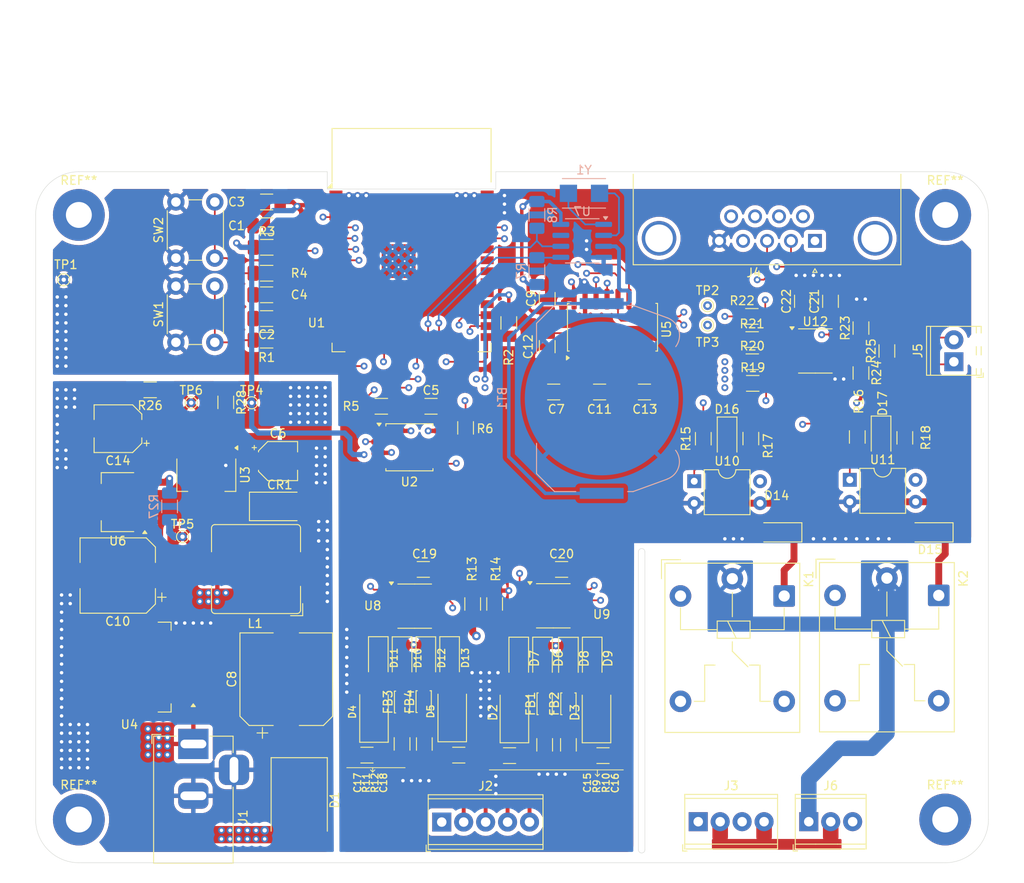
<source format=kicad_pcb>
(kicad_pcb (version 20240108) (generator "pcbnew") (generator_version "8.0")
  (layers (0 "F.Cu" signal) (1 "In1.Cu" mixed "PWR+SIGNAL.Cu") (2 "In2.Cu" power "GND.Cu") (31 "B.Cu" signal) (34 "B.Paste" user) (35 "F.Paste" user) (36 "B.SilkS" user "B.Silkscreen") (37 "F.SilkS" user "F.Silkscreen") (38 "B.Mask" user) (39 "F.Mask" user) (44 "Edge.Cuts" user))
  (net 0 "")
  (net 1 "GND")
  (net 2 "VDD")
  (net 3 "/EN")
  (net 4 "Net-(C2-Pad2)")
  (net 5 "Net-(C4-Pad2)")
  (net 6 "5Vout")
  (net 7 "Net-(U5-C1-)")
  (net 8 "Net-(U5-C1+)")
  (net 9 "Net-(U4-VIN)")
  (net 10 "/DAQ-1/+12Vout")
  (net 11 "Net-(U5-C2-)")
  (net 12 "Net-(U5-C2+)")
  (net 13 "Net-(U5-VS+)")
  (net 14 "Net-(U5-VS-)")
  (net 15 "/DAQ-1/A3")
  (net 16 "/DAQ-1/A4")
  (net 17 "/DAQ-1/A1")
  (net 18 "/DAQ-1/A2")
  (net 19 "/DAQ-1/+6.26V")
  (net 20 "Net-(U4-OUT)")
  (net 21 "24Vin")
  (net 22 "Net-(D8-A)")
  (net 23 "Net-(D10-A)")
  (net 24 "Net-(D12-A)")
  (net 25 "Net-(D6-A)")
  (net 26 "/DAQ-1/DAQ-2/R_out1")
  (net 27 "/DAQ-1/DAQ-2/R_out2")
  (net 28 "RL_1")
  (net 29 "RL_2")
  (net 30 "NO2")
  (net 31 "N")
  (net 32 "NO1")
  (net 33 "Net-(D16-A)")
  (net 34 "/DAQ-1/RX_DB9")
  (net 35 "Net-(D17-A)")
  (net 42 "/DAQ-1/TX_DB9")
  (net 43 "B")
  (net 44 "A")
  (net 45 "E")
  (net 46 "L")
  (net 47 "MOSI")
  (net 48 "MISO")
  (net 49 "CLK")
  (net 50 "CS")
  (net 53 "/IO0")
  (net 54 "Net-(U2-CLK)")
  (net 56 "/DAQ-1/DAQ-2/DE")
  (net 57 "/DAQ-1/DAQ-2/RE")
  (net 58 "A1_out")
  (net 61 "A4_out")
  (net 65 "A3_out")
  (net 72 "A2_out")
  (net 80 "Net-(BT1-+)")
  (net 81 "SCL")
  (net 82 "/IO46")
  (net 84 "/IO45")
  (net 85 "SDA")
  (net 86 "/IO3")
  (net 89 "Net-(U7-X2)")
  (net 91 "Net-(U7-X1)")
  (net 92 "RXD0")
  (net 93 "TXD0")
  (net 96 "Net-(U3-VO)")
  (net 97 "Net-(U6-VI)")
  (net 98 "Net-(U6-VO)")
  (footprint "MountingHole:MountingHole_3mm_Pad" (layer "F.Cu") (at 41 122)
    (property "Reference" "REF**")
    (property "Value" "MountingHole_3mm_Pad")
  )
  (footprint "Capacitor_SMD:C_1206_3216Metric_Pad1.33x1.80mm_HandSolder" (layer "F.Cu") (at 101.65 114.6)
    (property "Reference" "C16")
    (property "Value" "1nF")
  )
  (footprint "Diode_SMD:D_1206_3216Metric_Pad1.42x1.75mm_HandSolder" (layer "F.Cu") (at 97.65 103.3625 -90)
    (property "Reference" "D8")
    (property "Value" "1N5819")
  )
  (footprint "Capacitor_SMD:C_1206_3216Metric_Pad1.33x1.80mm_HandSolder" (layer "F.Cu") (at 106.445 72.5)
    (property "Reference" "C13")
    (property "Value" "1uF")
  )
  (footprint "Connector_Dsub:DSUB-9_Male_Horizontal_P2.77x2.84mm_EdgePinOffset4.94mm_Housed_MountingHolesOffset7.48mm" (layer "F.Cu") (at 126.175 55.005331 180)
    (property "Reference" "J4")
    (property "Value" "DB9")
  )
  (footprint "Inductor_SMD:L_Walsin_WLFM201209x" (layer "F.Cu") (at 94.9 108.6 90)
    (property "Reference" "FB1")
    (property "Value" "FerriteBead")
  )
  (footprint "Resistor_SMD:R_1206_3216Metric_Pad1.30x1.75mm_HandSolder" (layer "F.Cu") (at 131.075596 77.709142 -90)
    (property "Reference" "R16")
    (property "Value" "330")
  )
  (footprint "Resistor_SMD:R_1206_3216Metric_Pad1.30x1.75mm_HandSolder" (layer "F.Cu") (at 58 73.7 -90)
    (property "Reference" "R28")
    (property "Value" "0E")
  )
  (footprint "Diode_SMD:D_SMC" (layer "F.Cu") (at 66.5 119.75 -90)
    (property "Reference" "D1")
    (property "Value" "S3D")
  )
  (footprint "Package_DIP:DIP-4_W7.62mm" (layer "F.Cu") (at 130.2075 82.6725)
    (property "Reference" "U11")
    (property "Value" "PC817")
  )
  (footprint "Package_SO:SOIC-8_5.23x5.23mm_P1.27mm" (layer "F.Cu") (at 79.25 78.905)
    (property "Reference" "U2")
    (property "Value" "w25q64jvssiq")
  )
  (footprint "TestPoint:TestPoint_THTPad_D1.0mm_Drill0.5mm" (layer "F.Cu") (at 54 73.75)
    (property "Reference" "TP6")
    (property "Value" "+5V_TP")
  )
  (footprint "Resistor_SMD:R_1206_3216Metric_Pad1.30x1.75mm_HandSolder" (layer "F.Cu") (at 90.75 64.5 90)
    (property "Reference" "R2")
    (property "Value" "5K")
  )
  (footprint "Capacitor_SMD:C_1206_3216Metric_Pad1.33x1.80mm_HandSolder" (layer "F.Cu") (at 80.86 93.043926 180)
    (property "Reference" "C19")
    (property "Value" "0.1uF")
  )
  (footprint "TerminalBlock_Phoenix:TerminalBlock_Phoenix_MPT-0,5-3-2.54_1x03_P2.54mm_Horizontal" (layer "F.Cu") (at 125.46 122.25)
    (property "Reference" "J6")
    (property "Value" "AC Input")
  )
  (footprint "Button_Switch_THT:SW_PUSH_6mm_H5mm" (layer "F.Cu") (at 52.23 66.75 90)
    (property "Reference" "SW1")
    (property "Value" "SW_Push")
  )
  (footprint "Resistor_SMD:R_1206_3216Metric_Pad1.30x1.75mm_HandSolder" (layer "F.Cu") (at 118.905378 66.430741)
    (property "Reference" "R21")
    (property "Value" "10k")
  )
  (footprint "Resistor_SMD:R_1206_3216Metric_Pad1.30x1.75mm_HandSolder" (layer "F.Cu") (at 62.73 58.75)
    (property "Reference" "R4")
    (property "Value" "470R")
  )
  (footprint "Capacitor_SMD:C_1206_3216Metric_Pad1.33x1.80mm_HandSolder" (layer "F.Cu") (at 90.8375 114.6 180)
    (property "Reference" "C15")
    (property "Value" "1nF")
  )
  (footprint "TestPoint:TestPoint_THTPad_D1.0mm_Drill0.5mm" (layer "F.Cu") (at 113.75 64.75)
    (property "Reference" "TP3")
    (property "Value" "RX_TP")
  )
  (footprint "Package_SO:SOIC-8_3.9x4.9mm_P1.27mm" (layer "F.Cu") (at 79.86 97.293926)
    (property "Reference" "U8")
    (property "Value" "LM358")
  )
  (footprint "Capacitor_SMD:C_1206_3216Metric_Pad1.33x1.80mm_HandSolder" (layer "F.Cu") (at 96.86 93.043926 180)
    (property "Reference" "C20")
    (property "Value" "0.1uF")
  )
  (footprint "Diode_SMD:D_SMA" (layer "F.Cu") (at 64.25 85.75)
    (property "Reference" "CR1")
    (property "Value" "M7")
  )
  (footprint "Diode_SMD:D_SMA" (layer "F.Cu") (at 91.4 109.6 90)
    (property "Reference" "D2")
    (property "Value" "SMAJ18A")
  )
  (footprint "Relay_THT:Relay_SPDT_Hongfa_HF3F-L-xx-1ZL1T" (layer "F.Cu") (at 122.6175 96.1175 -90)
    (property "Reference" "K1")
    (property "Value" "Relay_SPDT")
  )
  (footprint "Capacitor_SMD:C_1206_3216Metric_Pad1.33x1.80mm_HandSolder" (layer "F.Cu") (at 101.2575 72.5)
    (property "Reference" "C11")
    (property "Value" "1uF")
  )
  (footprint "Resistor_SMD:R_1206_3216Metric_Pad1.30x1.75mm_HandSolder" (layer "F.Cu") (at 118.925 69)
    (property "Reference" "R20")
    (property "Value" "10k")
  )
  (footprint "TestPoint:TestPoint_THTPad_D1.0mm_Drill0.5mm" (layer "F.Cu") (at 53 89.25)
    (property "Reference" "TP5")
    (property "Value" "+12V_TP")
  )
  (footprint "Capacitor_SMD:CP_Elec_8x10.5" (layer "F.Cu") (at 45.5 93.75 180)
    (property "Reference" "C10")
    (property "Value" "100uF 16V")
  )
  (footprint "Resistor_SMD:R_1206_3216Metric_Pad1.30x1.75mm_HandSolder" (layer "F.Cu") (at 94.9 113.35 -90)
    (property "Reference" "R9")
    (property "Value" "250R")
  )
  (footprint "TestPoint:TestPoint_THTPad_D1.0mm_Drill0.5mm" (layer "F.Cu") (at 61 73.75)
    (property "Reference" "TP4")
    (property "Value" "+3.3V_TP")
  )
  (footprint "Capacitor_SMD:CP_Elec_4x5.3" (layer "F.Cu") (at 64.05 80.5)
    (property "Reference" "C6")
    (property "Value" "10uF/25V")
  )
  (footprint "Capacitor_SMD:C_1206_3216Metric_Pad1.33x1.80mm_HandSolder" (layer "F.Cu") (at 84.9625 114.543926)
    (property "Reference" "C18")
    (property "Value" "1nF")
  )
  (footprint "Capacitor_SMD:CP_Elec_5x5.4" (layer "F.Cu") (at 45.525 76.75 180)
    (property "Reference" "C14")
    (property "Value" "100uF 10V")
  )
  (footprint "Capacitor_SMD:CP_Elec_10x10.5" (layer "F.Cu") (at 65 105.75 90)
    (property "Reference" "C8")
    (property "Value" "470uF 35V")
  )
  (footprint "Resistor_SMD:R_1206_3216Metric_Pad1.30x1.75mm_HandSolder" (layer "F.Cu") (at 131.5 70.3 -90)
    (property "Reference" "R24")
    (property "Value" "20k")
  )
  (footprint "Relay_THT:Relay_SPDT_Hongfa_HF3F-L-xx-1ZL1T" (layer "F.Cu") (at 140.5 96.05 -90)
    (property "Reference" "K2")
    (property "Value" "Relay_SPDT")
  )
  (footprint "Resistor_SMD:R_1206_3216Metric_Pad1.30x1.75mm_HandSolder" (layer "F.Cu") (at 118.975 71.5)
    (property "Reference" "R19")
    (property "Value" "10k")
  )
  (footprint "Resistor_SMD:R_1206_3216Metric_Pad1.30x1.75mm_HandSolder" (layer "F.Cu") (at 76 74.155 180)
    (property "Reference" "R5")
    (property "Value" "10K")
  )
  (footprint "LED_SMD:LED_1206_3216Metric_Pad1.42x1.75mm_HandSolder" (layer "F.Cu") (at 133.825596 77.746642 -90)
    (property "Reference" "D17")
    (property "Value" "LED")
  )
  (footprint "Capacitor_SMD:C_1206_3216Metric_Pad1.33x1.80mm_HandSolder" (layer "F.Cu") (at 95.195 67.25 -90)
    (property "Reference" "C12")
    (property "Value" "1uF")
  )
  (footprint "Capacitor_SMD:C_1206_3216Metric_Pad1.33x1.80mm_HandSolder" (layer "F.Cu") (at 62.73 61.25 180)
    (property "Reference" "C4")
    (property "Value" "1nF/50V")
  )
  (footprint "Diode_SMD:D_1206_3216Metric_Pad1.42x1.75mm_HandSolder" (layer "F.Cu") (at 75.65 103.293926 -90)
    (property "Reference" "D11")
    (property "Value" "1N5819")
  )
  (footprint "Resistor_SMD:R_1206_3216Metric_Pad1.30x1.75mm_HandSolder" (layer "F.Cu") (at 86.57 97.043926 90)
    (property "Reference" "R13")
    (property "Value" "330")
  )
  (footprint "Diode_SMD:D_1206_3216Metric_Pad1.42x1.75mm_HandSolder" (layer "F.Cu") (at 91.9 103.35 -90)
    (property "Reference" "D7")
    (property "Value" "1N5819")
  )
  (footprint "Diode_SMD:D_MiniMELF" (layer "F.Cu") (at 139.5 88.75 180)
    (property "Reference" "D15")
    (property "Value" "D_Zener")
  )
  (footprint "Resistor_SMD:R_1206_3216Metric_Pad1.30x1.75mm_HandSolder" (layer "F.Cu") (at 78.4 113.243926 -90)
    (property "Reference" "R11")
    (property "Value" "250R")
  )
  (footprint "TestPoint:TestPoint_THTPad_D1.0mm_Drill0.5mm" (layer "F.Cu") (at 113.75 62.5)
    (property "Reference" "TP2")
    (property "Value" "TX_TP")
  )
  (footprint "Inductor_SMD:L_Bourns_SRP1038C_10.0x10.0mm" (layer "F.Cu") (at 61.5 93 180)
    (property "Reference" "L1")
    (property "Value" "68uH")
  )
  (footprint "Capacitor_SMD:C_1206_3216Metric_Pad1.33x1.80mm_HandSolder" (layer "F.Cu") (at 127.975 62 90)
    (property "Reference" "C21")
    (property "Value" "1uF")
  )
  (footprint "Inductor_SMD:L_Walsin_WLFM201209x" (layer "F.Cu") (at 97.65 108.6 90)
    (property "Reference" "FB2")
    (property "Value" "FerriteBead")
  )
  (footprint "Diode_SMD:D_1206_3216Metric_Pad1.42x1.75mm_HandSolder" (layer "F.Cu") (at 78.4 103.306426 -90)
    (property "Reference" "D10")
    (property "Value" "1N5819")
  )
  (footprint "Capacitor_SMD:C_1206_3216Metric_Pad1.33x1.80mm_HandSolder" (layer "F.Cu") (at 124.725 62 90)
    (property "Reference" "C22")
    (property "Value" "10uF")
  )
  (footprint "Resistor_SMD:R_1206_3216Metric_Pad1.30x1.75mm_HandSolder" (layer "F.Cu") (at 89.11 97.043926 -90)
    (property "Reference" "R14")
    (property "Value" "300")
  )
  (footprint "MountingHole:MountingHole_3mm_Pad" (layer "F.Cu") (at 41 52)
    (property "Reference" "REF**")
    (property "Value" "MountingHole_3mm_Pad")
  )
  (footprint "MountingHole:MountingHole_3mm_Pad" (layer "F.Cu") (at 141.25 122)
    (property "Reference" "REF**")
    (property "Value" "MountingHole_3mm_Pad")
  )
  (footprint "Resistor_SMD:R_1206_3216Metric_Pad1.30x1.75mm_HandSolder" (layer "F.Cu") (at 134.5 67.75 90)
    (property "Reference" "R25")
    (property "Value" "120")
  )
  (footprint "Package_DIP:DIP-4_W7.62mm" (layer "F.Cu") (at 112.2075 82.8325)
    (property "Reference" "U10")
    (property "Value" "PC817")
  )
  (footprint "Package_TO_SOT_SMD:TO-263-5_TabPin3" (layer "F.Cu") (at 46.85 104.35 180)
    (property "Reference" "U4")
    (property "Value" "LM2596S-12")
  )
  (footprint "Resistor_SMD:R_1206_3216Metric_Pad1.30x1.75mm_HandSolder" (layer "F.Cu") (at 49.25 72.25 180)
    (property "Reference" "R26")
    (property "Value" "0E")
  )
  (footprint "Package_SO:SOIC-16W_5.3x10.2mm_P1.27mm" (layer "F.Cu") (at 102.75 65 90)
    (property "Reference" "U5")
    (property "Value" "MAX232")
  )
  (footprint "Resistor_SMD:R_1206_3216Metric_Pad1.30x1.75mm_HandSolder" (layer "F.Cu") (at 118.875 63.75)
    (property "Reference" "R22")
    (property "Value" "10k")
  )
  (footprint "Diode_SMD:D_1206_3216Metric_Pad1.42x1.75mm_HandSolder" (layer "F.Cu") (at 94.65 103.35 -90)
    (property "Reference" "D6")
    (property "Value" "1N5819")
  )
  (footprint "Diode_SMD:D_SMA" (layer "F.Cu") (at 100.9 109.6 90)
    (property "Reference" "D3")
    (property "Value" "SMAJ18A")
  )
  (footprint "TerminalBlock_Phoenix:TerminalBlock_Phoenix_MPT-0,5-5-2.54_1x05_P2.54mm_Horizontal" (layer "F.Cu") (at 82.99 122.293926)
    (property "Reference" "J2")
    (property "Value" "Analog Input")
  )
  (footprint "TestPoint:TestPoint_THTPad_D1.0mm_Drill0.5mm" (layer "F.Cu") (at 39.25 59.5)
    (property "Reference" "TP1")
    (property "Value" "GND")
  )
  (footprint "Diode_SMD:D_SMA" (layer "F.Cu") (at 75.15 109.543926 90)
    (property "Reference" "D4")
    (property "Value" "SMAJ18A")
  )
  (footprint "Button_Switch_THT:SW_PUSH_6mm_H5mm" (layer "F.Cu") (at 52.23 57 90)
    (property "Reference" "SW2")
    (property "Value" "SW_Push")
  )
  (footprint "Resistor_SMD:R_1206_3216Metric_Pad1.30x1.75mm_HandSolder" (layer "F.Cu") (at 80.975855 113.256585 -90)
    (property "Reference" "R12")
    (property "Value" "250R")
  )
  (footprint "TerminalBlock_Phoenix:TerminalBlock_Phoenix_MPT-0,5-2-2.54_1x02_P2.54mm_Horizontal" (layer "F.Cu") (at 142.25 69 90)
    (property "Reference" "J5")
    (property "Value" "RS485")
  )
  (footprint "Resistor_SMD:R_1206_3216Metric_Pad1.30x1.75mm_HandSolder" (layer "F.Cu") (at 62.73 66.5)
    (property "Reference" "R1")
    (property "Value" "470R")
  )
  (footprint "Capacitor_SMD:C_1206_3216Metric_Pad1.33x1.80mm_HandSolder" (layer "F.Cu") (at 95.945 72.5)
    (property "Reference" "C7")
    (property "Value" "1uF")
  )
  (footprint "Resistor_SMD:R_1206_3216Metric_Pad1.30x1.75mm_HandSolder" (layer "F.Cu") (at 62.75 55.75)
    (property "Reference" "R3")
    (property "Value" "12K")
  )
  (footprint "Diode_SMD:D_SMA" (layer "F.Cu") (at 84.204057 109.484239 90)
    (property "Reference" "D5")
    (property "Value" "SMAJ18A")
  )
  (footprint "Inductor_SMD:L_Walsin_WLFM201209x" (layer "F.Cu") (at 80.9 108.35 90)
    (property "Reference" "FB4")
    (property "Value" "FerriteBead")
  )
  (footprint "Resistor_SMD:R_1206_3216Metric_Pad1.30x1.75mm_HandSolder" (layer "F.Cu") (at 97.65 113.35 -90)
    (property "Reference" "R10")
    (property "Value" "250R")
  )
  (footprint "LED_SMD:LED_1206_3216Metric_Pad1.42x1.75mm_HandSolder" (layer "F.Cu") (at 116.0075 77.8575 -90)
    (property "Reference" "D16")
    (property "Value" "LED")
  )
  (footprint "Capacitor_SMD:C_1206_3216Metric_Pad1.33x1.80mm_HandSolder" (layer "F.Cu") (at 95.195 61.6875 90)
    (property "Reference" "C9")
    (property "Value" "1uF")
  )
  (footprint "Diode_SMD:D_1206_3216Metric_Pad1.42x1.75mm_HandSolder" (layer "F.Cu") (at 100.4 103.35 -90)
    (property "Reference" "D9")
    (property "Value" "1N5819")
  )
  (footprint "Capacitor_SMD:C_1206_3216Metric_Pad1.33x1.80mm_HandSolder" (layer "F.Cu") (at 62.73 50.5 180)
    (property "Reference" "C3")
    (property "Value" "1uF/10V")
  )
  (footprint "Package_TO_SOT_SMD:SOT-223-3_TabPin2" (layer "F.Cu") (at 45.5 85.25 180)
    (property "Reference" "U6")
    (property "Value" "AMS1117-5.0")
  )
  (footprint "Resistor_SMD:R_1206_3216Metric_Pad1.30x1.75mm_HandSolder" (layer "F.Cu") (at 131.5 65.1 90)
    (property "Reference" "R23")
    (property "Value" "20k")
  )
  (footprint "Package_SO:SOIC-8_3.9x4.9mm_P1.27mm" (layer "F.Cu") (at 95.9 97.255309)
    (property "Reference" "U9")
    (property "Value" "LM358")
  )
  (footprint "Diode_SMD:D_1206_3216Metric_Pad1.42x1.75mm_HandSolder" (layer "F.Cu") (at 81.15 103.306426 -90)
    (property "Reference" "D12")
    (property "Value" "1N5819")
  )
  (footprint "Connector_BarrelJack:BarrelJack_Horizontal" (layer "F.Cu") (at 54.25 113.25 90)
    (property "Reference" "J1")
    (property "Value" "24V Input")
  )
  (footprint "MountingHole:MountingHole_3mm_Pad" (layer "F.Cu") (at 141.25 52)
    (property "Reference" "REF**")
    (property "Value" "MountingHole_3mm_Pad")
  )
  (footprint "Resistor_SMD:R_1206_3216Metric_Pad1.30x1.75mm_HandSolder" (layer "F.Cu") (at 85.75 76.655 90)
    (property "Reference" "R6")
    (property "Value" "22R")
  )
  (footprint "Resistor_SMD:R_1206_3216Metric_Pad1.30x1.75mm_HandSolder" (layer "F.Cu") (at 136.575596 77.809142 90)
    (property "Reference" "R18")
    (property "Value" "4.7K")
  )
  (footprint "Package_TO_SOT_SMD:SOT-223-3_TabPin2" (layer "F.Cu") (at 55.75 82.1 -90)
    (property "Reference" "U3")
    (property "Value" "AMS1117-3.3")
  )
  (footprint "Inductor_SMD:L_Walsin_WLFM201209x" (layer "F.Cu") (at 78.4 108.393926 90)
    (property "Reference" "FB3")
    (property "Value" "FerriteBead")
  )
  (footprint "Package_SO:SOIC-8_3.9x4.9mm_P1.27mm" (layer "F.Cu") (at 126.225 67.75)
    (property "Reference" "U12")
    (property "Value" "MAX485E")
  )
  (footprint "Diode_SMD:D_1206_3216Metric_Pad1.42x1.75mm_HandSolder" (layer "F.Cu") (at 83.9 103.293926 -90)
    (property "Reference" "D13")
    (property "Value" "1N5819")
  )
  (footprint "TerminalBlock_Phoenix:TerminalBlock_Phoenix_MPT-0,5-4-2.54_1x04_P2.54mm_Horizontal" (layer "F.Cu") (at 112.67 122.25)
    (property "Reference" "J3")
    (property "Value" "2_Ch. AC Devices")
  )
  (footprint "Capacitor_SMD:C_1206_3216Metric_Pad1.33x1.80mm_HandSolder" (layer "F.Cu") (at 62.73 64 180)
    (property "Reference" "C2")
    (property "Value" "1nF/50V")
  )
  (footprint "Diode_SMD:D_MiniMELF" (layer "F.Cu") (at 122 88.75 180)
    (property "Reference" "D14")
    (property "Value" "D_Zener")
  )
  (footprint "RF_Module:ESP32-S3-WROOM-1" (layer "F.Cu") (at 79.5 54.89)
    (property "Reference" "U1")
    (property "Value" "ESP32-S3-WROOM-1")
  )
  (footprint "Resistor_SMD:R_1206_3216Metric_Pad1.30x1.75mm_HandSolder" (layer "F.Cu") (at 113.2575 77.9075 -90)
    (property "Reference" "R15")
    (property "Value" "330")
  )
  (footprint "Capacitor_SMD:C_1206_3216Metric_Pad1.33x1.80mm_HandSolder" (layer "F.Cu") (at 81.75 74.155)
    (property "Reference" "C5")
    (property "Value" "1uF")
  )
  (footprint "Capacitor_SMD:C_1206_3216Metric_Pad1.33x1.80mm_HandSolder" (layer "F.Cu") (at 62.73 53.25 180)
    (property "Reference" "C1")
    (property "Value" "100uF/6.3V")
  )
  (footprint "Capacitor_SMD:C_1206_3216Metric_Pad1.33x1.80mm_HandSolder" (layer "F.Cu") (at 74.3375 114.543926 180)
    (property "Reference" "C17")
    (property "Value" "1nF")
  )
  (footprint "Resistor_SMD:R_1206_3216Metric_Pad1.30x1.75mm_HandSolder" (layer "F.Cu") (at 118.7575 77.895 90)
    (property "Reference" "R17")
    (property "Value" "4.7K")
  )
  (footprint "Resistor_SMD:R_1206_3216Metric_Pad1.30x1.75mm_HandSolder" (layer "B.Cu") (at 94 58.5 -90)
    (property "Reference" "R7")
    (property "Value" "10k")
  )
  (footprint "Resistor_SMD:R_1206_3216Metric_Pad1.30x1.75mm_HandSolder" (layer "B.Cu") (at 51.5 85.75 -90)
    (property "Reference" "R27")
    (property "Value" "0E")
  )
  (footprint "Battery:BatteryHolder_Keystone_3034_1x20mm" (layer "B.Cu") (at 101.5 73.25 -90)
    (property "Reference" "BT1")
    (property "Value" "Battery_Cell")
  )
  (footprint "Resistor_SMD:R_1206_3216Metric_Pad1.30x1.75mm_HandSolder" (layer "B.Cu") (at 94 52 90)
    (property "Reference" "R8")
    (property "Value" "10k")
  )
  (footprint "Crystal:Crystal_SMD_Qantek_QC5CB-2Pin_5x3.2mm" (layer "B.Cu") (at 99.45 49.5 180)
    (property "Reference" "Y1")
    (property "Value" "32.768KHz")
  )
  (footprint "Package_SO:SOIC-8_3.9x4.9mm_P1.27mm" (layer "B.Cu") (at 99.25 55 180)
    (property "Reference" "U7")
    (property "Value" "DS1307ZN+")
  )
  (gr_line (start 72 116) (end 78.75 116) (stroke (width 0.1)) (layer "F.SilkS"))
  (gr_line (start 104 116.25) (end 88.5 116.25) (stroke (width 0.1)) (layer "F.SilkS"))
  (gr_line (start 75 116.5) (end 75.25 116.25) (stroke (width 0.1)) (layer "F.SilkS"))
  (gr_line (start 101 117) (end 100.75 116.75) (stroke (width 0.1)) (layer "F.SilkS"))
  (gr_line (start 101 116.25) (end 101 117) (stroke (width 0.1)) (layer "F.SilkS"))
  (gr_line (start 101.25 116.75) (end 101 117) (stroke (width 0.1)) (layer "F.SilkS"))
  (gr_line (start 75 116.5) (end 74.75 116.25) (stroke (width 0.1)) (layer "F.SilkS"))
  (gr_line (start 75 116) (end 75 116.5) (stroke (width 0.1)) (layer "F.SilkS"))
  (gr_line (start 101 117) (end 101.25 116.75) (stroke (width 0.1)) (layer "F.SilkS"))
  (gr_line (start 89.25 49) (end 89.25 47) (stroke (width 0.05)) (layer "Edge.Cuts"))
  (gr_line (start 89.25 47) (end 141.25 47) (stroke (width 0.05)) (layer "Edge.Cuts"))
  (gr_arc (start 36 52) (mid 37.464466 48.464466) (end 41 47) (stroke (width 0.05)) (layer "Edge.Cuts"))
  (gr_line (start 69.75 47) (end 69.75 49) (stroke (width 0.05)) (layer "Edge.Cuts"))
  (gr_arc (start 146.25 122) (mid 144.785534 125.535534) (end 141.25 127) (stroke (width 0.05)) (layer "Edge.Cuts"))
  (gr_arc (start 41 127) (mid 37.464466 125.535534) (end 36 122) (stroke (width 0.05)) (layer "Edge.Cuts"))
  (gr_line (start 36 52) (end 36 122) (stroke (width 0.05)) (layer "Edge.Cuts"))
  (gr_arc (start 141.25 47) (mid 144.785534 48.464466) (end 146.25 52) (stroke (width 0.05)) (layer "Edge.Cuts"))
  (gr_line (start 41 127) (end 141.25 127) (stroke (width 0.05)) (layer "Edge.Cuts"))
  (gr_line (start 69.75 47) (end 41 47) (stroke (width 0.05)) (layer "Edge.Cuts"))
  (gr_line (start 105.75 125.5) (end 105.75 91) (stroke (width 0.05)) (layer "Edge.Cuts"))
  (gr_line (start 146.25 52) (end 146.25 122) (stroke (width 0.05)) (layer "Edge.Cuts"))
  (gr_arc (start 105.75 91) (mid 106.125 90.625) (end 106.5 91) (stroke (width 0.05)) (layer "Edge.Cuts"))
  (gr_line (start 69.75 49) (end 89.25 49) (stroke (width 0.05)) (layer "Edge.Cuts"))
  (gr_line (start 106.5 91) (end 106.5 125.5) (stroke (width 0.05)) (layer "Edge.Cuts"))
  (gr_arc (start 106.5 125.5) (mid 106.125 125.875) (end 105.75 125.5) (stroke (width 0.05)) (layer "Edge.Cuts"))
  (segment (start 70.59 49.5) (end 70.75 49.66) (width 0.2) (layer "F.Cu") (net 1))
  (segment (start 58.05 80.95) (end 58.05 78.95) (width 0.2) (layer "F.Cu") (net 1))
  (segment (start 58 81) (end 58.05 80.95) (width 0.2) (layer "F.Cu") (net 1))
  (via (at 68.5 74) (size 0.8) (drill 0.4) (layers "F.Cu" "B.Cu") (net 1))
  (via (at 88.5 105) (size 0.8) (drill 0.4) (layers "F.Cu" "B.Cu") (net 1))
  (via (at 97.25 116.75) (size 0.8) (drill 0.4) (layers "F.Cu" "B.Cu") (net 1))
  (via (at 38.5 72.25) (size 0.8) (drill 0.4) (layers "F.Cu" "B.Cu") (net 1))
  (via (at 54.25 99.25) (size 0.8) (drill 0.4) (layers "F.Cu" "B.Cu") (net 1))
  (via (at 127 59) (size 0.8) (drill 0.4) (layers "F.Cu" "B.Cu") (net 1))
  (via (at 40.5 74.25) (size 0.8) (drill 0.4) (layers "F.Cu" "B.Cu") (net 1))
  (via (at 94.25 116.75) (size 0.8) (drill 0.4) (layers "F.Cu" "B.Cu") (net 1))
  (via (at 68.75 87.5) (size 0.8) (drill 0.4) (layers "F.Cu" "B.Cu") (net 1))
  (via (at 41 116) (size 0.8) (drill 0.4) (layers "F.Cu" "B.Cu") (net 1))
  (via (at 69.5 76) (size 0.8) (drill 0.4) (layers "F.Cu" "B.Cu") (net 1))
  (via (at 69.5 72) (size 0.8) (drill 0.4) (layers "F.Cu" "B.Cu") (net 1))
  (via (at 68.5 76) (size 0.8) (drill 0.4) (layers "F.Cu" "B.Cu") (net 1))
  (via (at 131 61.75) (size 0.8) (drill 0.4) (layers "F.Cu" "B.Cu") (net 1))
  (via (at 87.5 110) (size 0.8) (drill 0.4) (layers "F.Cu" "B.Cu") (net 1))
  (via (at 88.5 108) (size 0.8) (drill 0.4) (layers "F.Cu" "B.Cu") (net 1))
  (via (at 42 115) (size 0.8) (drill 0.4) (layers "F.Cu" "B.Cu") (net 1))
  (via (at 39.5 61.5) (size 0.8) (drill 0.4) (layers "F.Cu" "B.Cu") (net 1))
  (via (at 39 107) (size 0.8) (drill 0.4) (layers "F.Cu" "B.Cu") (net 1))
  (via (at 65.5 72) (size 0.8) (drill 0.4) (layers "F.Cu" "B.Cu") (net 1))
  (via (at 81.5 117.5) (size 0.8) (drill 0.4) (layers "F.Cu" "B.Cu") (net 1))
  (via (at 39 96) (size 0.8) (drill 0.4) (layers "F.Cu" "B.Cu") (net 1))
  (via (at 69.5 80) (size 0.8) (drill 0.4) (layers "F.Cu" "B.Cu") (net 1))
  (via (at 39 108) (size 0.8) (drill 0.4) (layers "F.Cu" "B.Cu") (net 1))
  (via (at 41 114) (size 0.8) (drill 0.4) (layers "F.Cu" "B.Cu") (net 1))
  (via (at 40 111) (size 0.8) (drill 0.4) (layers "F.Cu" "B.Cu") (net 1))
  (via (at 69.75 91.75) (size 0.8) (drill 0.4) (layers "F.Cu" "B.Cu") (net 1))
  (via (at 89.25 117) (size 0.8) (drill 0.4) (layers "F.Cu" "B.Cu") (net 1))
  (via (at 87.5 106) (size 0.8) (drill 0.4) (layers "F.Cu" "B.Cu") (net 1))
  (via (at 132.25 89.5) (size 0.8) (drill 0.4) (layers "F.Cu" "B.Cu") (net 1))
  (via (at 39 116) (size 0.8) (drill 0.4) (layers "F.Cu" "B.Cu") (net 1))
  (via (at 68.5 82) (size 0.8) (drill 0.4) (layers "F.Cu" "B.Cu") (net 1))
  (via (at 69.75 90.75) (size 0.8) (drill 0.4) (layers "F.Cu" "B.Cu") (net 1))
  (via (at 39.5 81.25) (size 0.8) (drill 0.4) (layers "F.Cu" "B.Cu") (net 1))
  (via (at 39.5 67.5) (size 0.8) (drill 0.4) (layers "F.Cu" "B.Cu") (net 1))
  (via (at 68.5 83) (size 0.8) (drill 0.4) (layers "F.Cu" "B.Cu") (net 1))
  (via (at 66.5 75) (size 0.8) (drill 0.4) (layers "F.Cu" "B.Cu") (net 1))
  (via (at 88.5 107) (size 0.8) (drill 0.4) (layers "F.Cu" "B.Cu") (net 1))
  (via (at 67.5 75) (size 0.8) (drill 0.4) (layers "F.Cu" "B.Cu") (net 1))
  (via (at 52.25 99.25) (size 0.8) (drill 0.4) (layers "F.Cu" "B.Cu") (net 1))
  (via (at 129.5 71) (size 0.8) (drill 0.4) (layers "F.Cu" "B.Cu") (net 1))
  (via (at 38.5 77.25) (size 0.8) (drill 0.4) (layers "F.Cu" "B.Cu") (net 1))
  (via (at 68.75 88.5) (size 0.8) (drill 0.4) (layers "F.Cu" "B.Cu") (net 1))
  (via (at 41 112) (size 0.8) (drill 0.4) (layers "F.Cu" "B.Cu") (net 1))
  (via (at 129.75 89.5) (size 0.8) (drill 0.4) (layers "F.Cu" "B.Cu") (net 1))
  (via (at 38.5 81.25) (size 0.8) (drill 0.4) (layers "F.Cu" "B.Cu") (net 1))
  (via (at 69.5 74) (size 0.8) (drill 0.4) (layers "F.Cu" "B.Cu") (net 1))
  (via (at 90.25 50.75) (size 0.8) (drill 0.4) (layers "F.Cu" "B.Cu") (net 1))
  (via (at 39 113) (size 0.8) (drill 0.4) (layers "F.Cu" "B.Cu") (net 1))
  (via (at 39 106) (size 0.8) (drill 0.4) (layers "F.Cu" "B.Cu") (net 1))
  (via (at 124 59) (size 0.8) (drill 0.4) (layers "F.Cu" "B.Cu") (net 1))
  (via (at 39 110) (size 0.8) (drill 0.4) (layers "F.Cu" "B.Cu") (net 1))
  (via (at 38.5 62.5) (size 0.8) (drill 0.4) (layers "F.Cu" "B.Cu") (net 1))
  (via (at 68.5 72) (size 0.8) (drill 0.4) (layers "F.Cu" "B.Cu") (net 1))
  (via (at 42 111) (size 0.8) (drill 0.4) (layers "F.Cu" "B.Cu") (net 1))
  (via (at 69.5 79) (size 0.8) (drill 0.4) (layers "F.Cu" "B.Cu") (net 1))
  (via (at 66.5 72) (size 0.8) (drill 0.4) (layers "F.Cu" "B.Cu") (net 1))
  (via (at 39 114) (size 0.8) (drill 0.4) (layers "F.Cu" "B.Cu") (net 1))
  (via (at 69.5 82) (size 0.8) (drill 0.4) (layers "F.Cu" "B.Cu") (net 1))
  (via (at 96.25 116.75) (size 0.8) (drill 0.4) (layers "F.Cu" "B.Cu") (net 1))
  (via (at 115.75 89.5) (size 0.8) (drill 0.4) (layers "F.Cu" "B.Cu") (net 1))
  (via (at 116.75 89.5) (size 0.8) (drill 0.4) (layers "F.Cu" "B.Cu") (net 1))
  (via (at 38.5 79.25) (size 0.8) (drill 0.4) (layers "F.Cu" "B.Cu") (net 1))
  (via (at 72 101) (size 0.8) (drill 0.4) (layers "F.Cu" "B.Cu") (net 1))
  (via (at 67.5 72) (size 0.8) (drill 0.4) (layers "F.Cu" "B.Cu") (net 1))
  (via (at 68.5 73) (size 0.8) (drill 0.4) (layers "F.Cu" "B.Cu") (net 1))
  (via (at 72 106.25) (size 0.8) (drill 0.4) (layers "F.Cu" "B.Cu") (net 1))
  (via (at 67.5 73) (size 0.8) (drill 0.4) (layers "F.Cu" "B.Cu") (net 1))
  (via (at 68.5 79) (size 0.8) (drill 0.4) (layers "F.Cu" "B.Cu") (net 1))
  (via (at 42 113) (size 0.8) (drill 0.4) (layers "F.Cu" "B.Cu") (net 1))
  (via (at 38.5 74.25) (size 0.8) (drill 0.4) (layers "F.Cu" "B.Cu") (net 1))
  (via (at 72 100) (size 0.8) (drill 0.4) (layers "F.Cu" "B.Cu") (net 1))
  (via (at 69.75 92.75) (size 0.8) (drill 0.4) (layers "F.Cu" "B.Cu") (net 1))
  (via (at 69.75 93.75) (size 0.8) (drill 0.4) (layers "F.Cu" "B.Cu") (net 1))
  (via (at 40 116) (size 0.8) (drill 0.4) (layers "F.Cu" "B.Cu") (net 1))
  (via (at 86.75 49.75) (size 0.8) (drill 0.4) (layers "F.Cu" "B.Cu") (net 1))
  (via (at 69.75 89.75) (size 0.8) (drill 0.4) (layers "F.Cu" "B.Cu") (net 1))
  (via (at 39.5 73.25) (size 0.8) (drill 0.4) (layers "F.Cu" "B.Cu") (net 1))
  (via (at 40 97) (size 0.8) (drill 0.4) (layers "F.Cu" "B.Cu") (net 1))
  (via (at 72 103.25) (size 0.8) (drill 0.4) (layers "F.Cu" "B.Cu") (net 1))
  (via (at 41 113) (size 0.8) (drill 0.4) (layers "F.Cu" "B.Cu") (net 1))
  (via (at 72 107.25) (size 0.8) (drill 0.4) (layers "F.Cu" "B.Cu") (net 1))
  (via (at 65.5 75) (size 0.8) (drill 0.4) (layers "F.Cu" "B.Cu") (net 1))
  (via (at 79.5 117.5) (size 0.8) (drill 0.4) (layers "F.Cu" "B.Cu") (net 1))
  (via (at 87.5 105) (size 0.8) (drill 0.4) (layers "F.Cu" "B.Cu") (net 1))
  (via (at 125 59) (size 0.8) (drill 0.4) (layers "F.Cu" "B.Cu") (net 1))
  (via (at 86.5 105) (size 0.8) (drill 0.4) (layers "F.Cu" "B.Cu") (net 1))
  (via (at 89.25 118) (size 0.8) (drill 0.4) (layers "F.Cu" "B.Cu") (net 1))
  (via (at 73.25 49.75) (size 0.8) (drill 0.4) (layers "F.Cu" "B.Cu") (net 1))
  (via (at 39 104) (size 0.8) (drill 0.4) (layers "F.Cu" "B.Cu") (net 1))
  (via (at 131 89.5) (size 0.8) (drill 0.4) (layers "F.Cu" "B.Cu") (net 1))
  (via (at 39 109) (size 0.8) (drill 0.4) (layers "F.Cu" "B.Cu") (net 1))
  (via (at 126 59) (size 0.8) (drill 0.4) (layers "F.Cu" "B.Cu") (net 1))
  (via (at 72 102) (size 0.8) (drill 0.4) (layers "F.Cu" "B.Cu") (net 1))
  (via (at 39.5 62.5) (size 0.8) (drill 0.4) (layers "F.Cu" "B.Cu") (net 1))
  (via (at 39 103) (size 0.8) (drill 0.4) (layers "F.Cu" "B.Cu") (net 1))
  (via (at 39 115) (size 0.8) (drill 0.4) (layers "F.Cu" "B.Cu") (net 1))
  (via (at 39.5 63.5) (size 0.8) (drill 0.4) (layers "F.Cu" "B.Cu") (net 1))
  (via (at 89.5 105) (size 0.8) (drill 0.4) (layers "F.Cu" "B.Cu") (net 1))
  (via (at 66.5 74) (size 0.8) (drill 0.4) (layers "F.Cu" "B.Cu") (net 1))
  (via (at 65.5 73) (size 0.8) (drill 0.4) (layers "F.Cu" "B.Cu") (net 1))
  (via (at 40 113) (size 0.8) (drill 0.4) (layers "F.Cu" "B.Cu") (net 1))
  (via (at 39 99) (size 0.8) (drill 0.4) (layers "F.Cu" "B.Cu") (net 1))
  (via (at 39 105) (size 0.8) (drill 0.4) (layers "F.Cu" "B.Cu") (net 1))
  (via (at 69.75 94.75) (size 0.8) (drill 0.4) (layers "F.Cu" "B.Cu") (net 1))
  (via (at 72 105.25) (size 0.8) (drill 0.4) (layers "F.Cu" "B.Cu") (net 1))
  (via (at 53.25 99.25) (size 0.8) (drill 0.4) (layers "F.Cu" "B.Cu") (net 1))
  (via (at 66.5 73) (size 0.8) (drill 0.4) (layers "F.Cu" "B.Cu") (net 1))
  (via (at 39.5 65.5) (size 0.8) (drill 0.4) (layers "F.Cu" "B.Cu") (net 1))
  (via (at 39 102) (size 0.8) (drill 0.4) (layers "F.Cu" "B.Cu") (net 1))
  (via (at 40.5 73.25) (size 0.8) (drill 0.4) (layers "F.Cu" "B.Cu") (net 1))
  (via (at 39.5 64.5) (size 0.8) (drill 0.4) (layers "F.Cu" "B.Cu") (net 1))
  (via (at 85.75 49.75) (size 0.8) (drill 0.4) (layers "F.Cu" "B.Cu") (net 1))
  (via (at 129 59) (size 0.8) (drill 0.4) (layers "F.Cu" "B.Cu") (net 1))
  (via (at 41 111) (size 0.8) (drill 0.4) (layers "F.Cu" "B.Cu") (net 1))
  (via (at 87.5 107) (size 0.8) (drill 0.4) (layers "F.Cu" "B.Cu") (net 1))
  (via (at 127.25 89.5) (size 0.8) (drill 0.4) (layers "F.Cu" "B.Cu") (net 1))
  (via (at 69.5 81) (size 0.8) (drill 0.4) (layers "F.Cu" "B.Cu") (net 1))
  (via (at 38.5 68.5) (size 0.8) (drill 0.4) (layers "F.Cu" "B.Cu") (net 1))
  (via (at 39 97) (size 0.8) (drill 0.4) (layers "F.Cu" "B.Cu") (net 1))
  (via (at 78.5 117.5) (size 0.8) (drill 0.4) (layers "F.Cu" "B.Cu") (net 1))
  (via (at 69.75 95.75) (size 0.8) (drill 0.4) (layers "F.Cu" "B.Cu") (net 1))
  (via (at 39.5 74.25) (size 0.8) (drill 0.4) (layers "F.Cu" "B.Cu") (net 1))
  (via (at 38.5 65.5) (size 0.8) (drill 0.4) (layers "F.Cu" "B.Cu") (net 1))
  (via (at 69.75 87.5) (size 0.8) (drill 0.4) (layers "F.Cu" "B.Cu") (net 1))
  (via (at 38.5 66.5) (size 0.8) (drill 0.4) (layers "F.Cu" "B.Cu") (net 1))
  (via (at 38.5 78.25) (size 0.8) (drill 0.4) (layers "F.Cu" "B.Cu") (net 1))
  (via (at 38.5 67.5) (size 0.8) (drill 0.4) (layers "F.Cu" "B.Cu") (net 1))
  (via (at 95.25 116.75) (size 0.8) (drill 0.4) (layers "F.Cu" "B.Cu") (net 1))
  (via (at 38.5 73.25) (size 0.8) (drill 0.4) (layers "F.Cu" "B.Cu") (net 1))
  (via (at 39.5 68.5) (size 0.8) (drill 0.4) (layers "F.Cu" "B.Cu") (net 1))
  (via (at 69.5 75) (size 0.8) (drill 0.4) (layers "F.Cu" "B.Cu") (net 1))
  (via (at 87.5 108) (size 0.8) (drill 0.4) (layers "F.Cu" "B.Cu") (net 1))
  (via (at 80.5 117.5) (size 0.8) (drill 0.4) (layers "F.Cu" "B.Cu") (net 1))
  (via (at 65.5 74) (size 0.8) (drill 0.4) (layers "F.Cu" "B.Cu") (net 1))
  (via (at 39.5 69.5) (size 0.8) (drill 0.4) (layers "F.Cu" "B.Cu") (net 1))
  (via (at 68.5 75) (size 0.8) (drill 0.4) (layers "F.Cu" "B.Cu") (net 1))
  (via (at 39 100) (size 0.8) (drill 0.4) (layers "F.Cu" "B.Cu") (net 1))
  (via (at 68.75 89.75) (size 0.8) (drill 0.4) (layers "F.Cu" "B.Cu") (net 1))
  (via (at 132 61.75) (size 0.8) (drill 0.4) (layers "F.Cu" "B.Cu") (net 1))
  (via (at 42 112) (size 0.8) (drill 0.4) (layers "F.Cu" "B.Cu") (net 1))
  (via (at 38.5 61.5) (size 0.8) (drill 0.4) (layers "F.Cu" "B.Cu") (net 1))
  (via (at 55.25 99.25) (size 0.8) (drill 0.4) (layers "F.Cu" "B.Cu") (net 1))
  (via (at 39.5 80.25) (size 0.8) (drill 0.4) (layers "F.Cu" "B.Cu") (net 1))
  (via (at 42 116) (size 0.8) (drill 0.4) (layers "F.Cu" "B.Cu") (net 1))
  (via (at 69.75 88.5) (size 0.8) (drill 0.4) (layers "F.Cu" "B.Cu") (net 1))
  (via (at 40 112) (size 0.8) (drill 0.4) (layers "F.Cu" "B.Cu") (net 1))
  (via (at 133.5 89.5) (size 0.8) (drill 0.4) (layers "F.Cu" "B.Cu") (net 1))
  (via (at 90.25 49.75) (size 0.8) (drill 0.4) (layers "F.Cu" "B.Cu") (net 1))
  (via (at 40 96) (size 0.8) (drill 0.4) (layers "F.Cu" "B.Cu") (net 1))
  (via (at 74.25 49.75) (size 0.8) (drill 0.4) (layers "F.Cu" "B.Cu") (net 1))
  (via (at 87.5 109) (size 0.8) (drill 0.4) (layers "F.Cu" "B.Cu") (net 1))
  (via (at 66.5 76) (size 0.8) (drill 0.4) (layers "F.Cu" "B.Cu") (net 1))
  (via (at 39.5 72.25) (size 0.8) (drill 0.4) (layers "F.Cu" "B.Cu") (net 1))
  (via (at 38.5 80.25) (size 0.8) (drill 0.4) (layers "F.Cu" "B.Cu") (net 1))
  (via (at 39 111) (size 0.8) (drill 0.4) (layers "F.Cu" "B.Cu") (net 1))
  (via (at 88.5 106) (size 0.8) (drill 0.4) (layers "F.Cu" "B.Cu") (net 1))
  (via (at 56.25 99.25) (size 0.8) (drill 0.4) (layers "F.Cu" "B.Cu") (net 1))
  (via (at 67.5 74) (size 0.8) (drill 0.4) (layers "F.Cu" "B.Cu") (net 1))
  (via (at 69.5 73) (size 0.8) (drill 0.4) (layers "F.Cu" "B.Cu") (net 1))
  (via (at 99.75 55) (size 0.8) (drill 0.4) (layers "F.Cu" "B.Cu") (net 1))
  (via (at 39 108) (size 0.8) (drill 0.4) (layers "F.Cu" "B.Cu") (net 1))
  (via (at 69.75 96.75) (size 0.8) (drill 0.4) (layers "F.Cu" "B.Cu") (net 1))
  (via (at 88.5 109) (size 0.8) (drill 0.4) (layers "F.Cu" "B.Cu") (net 1))
  (via (at 99.5 59.75) (size 0.8) (drill 0.4) (layers "F.Cu" "B.Cu") (net 1))
  (via (at 90.25 51.75) (size 0.8) (drill 0.4) (layers "F.Cu" "B.Cu") (net 1))
  (via (at 40 115) (size 0.8) (drill 0.4) (layers "F.Cu" "B.Cu") (net 1))
  (via (at 41 115) (size 0.8) (drill 0.4) (layers "F.Cu" "B.Cu") (net 1))
  (via (at 99.75 56) (size 0.8) (drill 0.4) (layers "F.Cu" "B.Cu") (net 1))
  (via (at 38.5 69.5) (size 0.8) (drill 0.4) (layers "F.Cu" "B.Cu") (net 1))
  (via (at 39 98) (size 0.8) (drill 0.4) (layers "F.Cu" "B.Cu") (net 1))
  (via (at 39 101) (size 0.8) (drill 0.4) (layers "F.Cu" "B.Cu") (net 1))
  (via (at 65.5 76) (size 0.8) (drill 0.4) (layers "F.Cu" "B.Cu") (net 1))
  (via (at 89.25 119) (size 0.8) (drill 0.4) (layers "F.Cu" "B.Cu") (net 1))
  (via (at 72 104.25) (size 0.8) (drill 0.4) (layers "F.Cu" "B.Cu") (net 1))
  (via (at 128.5 71) (size 0.8) (drill 0.4) (layers "F.Cu" "B.Cu") (net 1))
  (via (at 117.75 89.5) (size 0.8) (drill 0.4) (layers "F.Cu" "B.Cu") (net 1))
  (via (at 39.5 66.5) (size 0.8) (drill 0.4) (layers "F.Cu" "B.Cu") (net 1))
  (via (at 39.5 79.25) (size 0.8) (drill 0.4) (layers "F.Cu" "B.Cu") (net 1))
  (via (at 69.5 83) (size 0.8) (drill 0.4) (layers "F.Cu" "B.Cu") (net 1))
  (via (at 58 81) (size 0.8) (drill 0.4) (layers "F.Cu" "B.Cu") (net 1))
  (via (at 38.5 63.5) (size 0.8) (drill 0.4) (layers "F.Cu" "B.Cu") (net 1))
  (via (at 68.5 80) (size 0.8) (drill 0.4) (layers "F.Cu" "B.Cu") (net 1))
  (via (at 38.5 75.25) (size 0.8) (drill 0.4) (layers "F.Cu" "B.Cu") (net 1))
  (via (at 128.5 89.5) (size 0.8) (drill 0.4) (layers "F.Cu" "B.Cu") (net 1))
  (via (at 72.25 49.75) (size 0.8) (drill 0.4) (layers "F.Cu" "B.Cu") (net 1))
  (via (at 39 112) (size 0.8) (drill 0.4) (layers "F.Cu" "B.Cu") (net 1))
  (via (at 134.75 89.5) (size 0.8) (drill 0.4) (layers "F.Cu" "B.Cu") (net 1))
  (via (at 68.5 81) (size 0.8) (drill 0.4) (layers "F.Cu" "B.Cu") (net 1))
  (via (at 84.75 49.75) (size 0.8) (drill 0.4) (layers "F.Cu" "B.Cu") (net 1))
  (via (at 67.5 76) (size 0.8) (drill 0.4) (layers "F.Cu" "B.Cu") (net 1))
  (via (at 38.5 64.5) (size 0.8) (drill 0.4) (layers "F.Cu" "B.Cu") (net 1))
  (via (at 42 114) (size 0.8) (drill 0.4) (layers "F.Cu" "B.Cu") (net 1))
  (via (at 40.5 72.25) (size 0.8) (drill 0.4) (layers "F.Cu" "B.Cu") (net 1))
  (via (at 126 89.5) (size 0.8) (drill 0.4) (layers "F.Cu" "B.Cu") (net 1))
  (via (at 88.5 110) (size 0.8) (drill 0.4) (layers "F.Cu" "B.Cu") (net 1))
  (via (at 128 59) (size 0.8) (drill 0.4) (layers "F.Cu" "B.Cu") (net 1))
  (via (at 40 114) (size 0.8) (drill 0.4) (layers "F.Cu" "B.Cu") (net 1))
  (via (at 38.5 76.25) (size 0.8) (drill 0.4) (layers "F.Cu" "B.Cu") (net 1))
  (segment (start 79.425 77) (end 79.5 77) (width 0.5) (layer "F.Cu") (net 2))
  (segment (start 59.75 55.75) (end 61.2 55.75) (width 0.6) (layer "F.Cu") (net 2))
  (segment (start 66.25 51) (end 65.75 50.5) (width 0.5) (layer "F.Cu") (net 2))
  (segment (start 64.2925 53.25) (end 66.538772 53.25) (width 0.2) (layer "F.Cu") (net 2))
  (segment (start 90.75 62.95) (end 90.75 61.25) (width 0.4) (layer "F.Cu") (net 2))
  (segment (start 77.135 79.54) (end 75.65 79.54) (width 0.5) (layer "F.Cu") (net 2))
  (segment (start 83.3125 75.5925) (end 82.85 76.055) (width 0.5) (layer "F.Cu") (net 2))
  (segment (start 66.25 51) (end 66.73 51.48) (width 0.6) (layer "F.Cu") (net 2))
  (segment (start 66.73 51.48) (end 66.73 53.058772) (width 0.5) (layer "F.Cu") (net 2))
  (segment (start 83.3125 74.155) (end 83.3125 75.5925) (width 0.5) (layer "F.Cu") (net 2))
  (segment (start 66.538772 53.25) (end 66.73 53.058772) (width 0.2) (layer "F.Cu") (net 2))
  (segment (start 82.85 76.055) (end 82.85 78.27) (width 0.5) (layer "F.Cu") (net 2))
  (segment (start 66.25 51) (end 66.374541 50.875459) (width 0.5) (layer "F.Cu") (net 2))
  (segment (start 78.595 77) (end 79.425 77) (width 0.5) (layer "F.Cu") (net 2))
  (segment (start 77.175 79.5) (end 77.135 79.54) (width 0.5) (layer "F.Cu") (net 2))
  (segment (start 59.25 55.25) (end 59.75 55.75) (width 0.6) (layer "F.Cu") (net 2))
  (segment (start 66.374541 50.875459) (end 70.725459 50.875459) (width 0.5) (layer "F.Cu") (net 2))
  (segment (start 81.425 77) (end 82.85 77) (width 0.5) (layer "F.Cu") (net 2))
  (segment (start 70.725459 50.875459) (end 70.75 50.9) (width 0.2) (layer "F.Cu") (net 2))
  (segment (start 77.55 75.955) (end 78.595 77) (width 0.5) (layer "F.Cu") (net 2))
  (segment (start 77.215 79.54) (end 77.175 79.5) (width 0.5) (layer "F.Cu") (net 2))
  (segment (start 77.55 74.155) (end 77.55 75.955) (width 0.5) (layer "F.Cu") (net 2))
  (segment (start 65.75 50.5) (end 64.2925 50.5) (width 0.5) (layer "F.Cu") (net 2))
  (via (at 74 79.75) (size 0.8) (drill 0.4) (layers "F.Cu" "B.Cu") (net 2))
  (via (at 88 71) (size 0.8) (drill 0.4) (layers "F.Cu" "B.Cu") (net 2))
  (via (at 79.425 77) (size 0.8) (drill 0.4) (layers "F.Cu" "B.Cu") (net 2))
  (via (at 77.175 79.5) (size 0.8) (drill 0.4) (layers "F.Cu" "B.Cu") (net 2))
  (via (at 66.25 51) (size 0.8) (drill 0.4) (layers "F.Cu" "B.Cu") (net 2))
  (via (at 90.75 61.25) (size 0.8) (drill 0.4) (layers "F.Cu" "B.Cu") (net 2))
  (via (at 81.425 77) (size 0.8) (drill 0.4) (layers "F.Cu" "B.Cu") (net 2))
  (via (at 88 72) (size 0.8) (drill 0.4) (layers "F.Cu" "B.Cu") (net 2))
  (via (at 59.25 55.25) (size 0.8) (drill 0.4) (layers "F.Cu" "B.Cu") (net 2))
  (via (at 87 71) (size 0.8) (drill 0.4) (layers "F.Cu" "B.Cu") (net 2))
  (segment (start 89.5 61.25) (end 90.75 61.25) (width 0.4) (layer "B.Cu") (net 2))
  (segment (start 61 55.75) (end 61 73.75) (width 0.6) (layer "B.Cu") (net 2))
  (segment (start 72.364964 79.364964) (end 72.75 79.75) (width 0.6) (layer "B.Cu") (net 2))
  (segment (start 65.75 51.5) (end 63.5 51.5) (width 0.6) (layer "B.Cu") (net 2))
  (segment (start 59.75 55.75) (end 59.25 55.25) (width 0.6) (layer "B.Cu") (net 2))
  (segment (start 72.364964 77.864964) (end 72.364964 79.364964) (width 0.6) (layer "B.Cu") (net 2))
  (segment (start 72.75 79.75) (end 74 79.75) (width 0.6) (layer "B.Cu") (net 2))
  (segment (start 63.5 51.5) (end 61 54) (width 0.6) (layer "B.Cu") (net 2))
  (segment (start 61.75 77.25) (end 71.75 77.25) (width 0.6) (layer "B.Cu") (net 2))
  (segment (start 88 62.75) (end 89.5 61.25) (width 0.4) (layer "B.Cu") (net 2))
  (segment (start 61 76.5) (end 61.75 77.25) (width 0.6) (layer "B.Cu") (net 2))
  (segment (start 61 54) (end 61 55.75) (width 0.6) (layer "B.Cu") (net 2))
  (segment (start 71.75 77.25) (end 72.364964 77.864964) (width 0.6) (layer "B.Cu") (net 2))
  (segment (start 88 71) (end 88 62.75) (width 0.4) (layer "B.Cu") (net 2))
  (segment (start 66.25 51) (end 65.75 51.5) (width 0.6) (layer "B.Cu") (net 2))
  (segment (start 61 55.75) (end 59.75 55.75) (width 0.6) (layer "B.Cu") (net 2))
  (segment (start 61 73.75) (end 61 76.5) (width 0.6) (layer "B.Cu") (net 2))
  (segment (start 66.73 56.158772) (end 68.338726 56.158772) (width 0.2) (layer "F.Cu") (net 3))
  (segment (start 64.28 56.0125) (end 64.5425 55.75) (width 0.2) (layer "F.Cu") (net 3))
  (segment (start 64.5425 55.75) (end 66.321228 55.75) (width 0.2) (layer "F.Cu") (net 3))
  (segment (start 70.67 52.25) (end 70.75 52.17) (width 0.2) (layer "F.Cu") (net 3))
  (segment (start 69.25 52.25) (end 70.67 52.25) (width 0.2) (layer "F.Cu") (net 3))
  (segment (start 64.28 58.75) (end 64.28 56.0125) (width 0.2) (layer "F.Cu") (net 3))
  (segment (start 68.5 55.997498) (end 68.338726 56.158772) (width 0.2) (layer "F.Cu") (net 3))
  (segment (start 66.321228 55.75) (end 66.73 56.158772) (width 0.2) (layer "F.Cu") (net 3))
  (via (at 68.338726 56.158772) (size 0.8) (drill 0.4) (layers "F.Cu" "B.Cu") (net 3))
  (via (at 69.25 52.25) (size 0.8) (drill 0.4) (layers "F.Cu" "B.Cu") (net 3))
  (segment (start 56.73 60.25) (end 56.73 66.75) (width 0.2) (layer "F.Cu") (net 4))
  (segment (start 56.73 66.75) (end 59.36 66.75) (width 0.2) (layer "F.Cu") (net 4))
  (segment (start 59.61 66.5) (end 61.18 66.5) (width 0.2) (layer "F.Cu") (net 4))
  (segment (start 61.1675 64) (end 61.1675 66.4875) (width 0.2) (layer "F.Cu") (net 4))
  (segment (start 59.36 66.75) (end 59.61 66.5) (width 0.2) (layer "F.Cu") (net 4))
  (segment (start 61.1675 66.4875) (end 61.18 66.5) (width 0.2) (layer "F.Cu") (net 4))
  (segment (start 56.73 57) (end 56.73 50.5) (width 0.2) (layer "F.Cu") (net 5))
  (segment (start 58.14 57) (end 59.89 58.75) (width 0.2) (layer "F.Cu") (net 5))
  (segment (start 61.1675 58.7625) (end 61.18 58.75) (width 0.2) (layer "F.Cu") (net 5))
  (segment (start 56.73 57) (end 58.14 57) (width 0.2) (layer "F.Cu") (net 5))
  (segment (start 59.89 58.75) (end 61.18 58.75) (width 0.2) (layer "F.Cu") (net 5))
  (segment (start 61.1675 61.25) (end 61.1675 58.7625) (width 0.2) (layer "F.Cu") (net 5))
  (segment (start 131.5 73.25) (end 131 73.75) (width 0.4) (layer "F.Cu") (net 6))
  (segment (start 92.25 59.276676) (end 92.407162 59.433838) (width 0.4) (layer "F.Cu") (net 6))
  (segment (start 97 63) (end 97 62) (width 0.4) (layer "F.Cu") (net 6))
  (segment (start 117.325 63.75) (end 117.325 71.4) (width 0.2) (layer "F.Cu") (net 6))
  (segment (start 92.25 51.152833) (end 92.25 59.276676) (width 0.4) (layer "F.Cu") (net 6))
  (segment (start 97 62) (end 97.25 61.75) (width 0.4) (layer "F.Cu") (net 6))
  (segment (start 92.376217 51.026616) (end 92.25 51.152833) (width 0.4) (layer "F.Cu") (net 6))
  (segment (start 128.7 65.225) (end 127.975 64.5) (width 0.4) (layer "F.Cu") (net 6))
  (segment (start 95.195 63.25) (end 96.75 63.25) (width 0.4) (layer "F.Cu") (net 6))
  (segment (start 93 62.75) (end 93.5 63.25) (width 0.4) (layer "F.Cu") (net 6))
  (segment (start 97.25 61.75) (end 98.305 61.75) (width 0.4) (layer "F.Cu") (net 6))
  (segment (start 93 60) (end 93 62.75) (width 0.4) (layer "F.Cu") (net 6))
  (segment (start 128.7 65.845) (end 128.7 65.225) (width 0.4) (layer "F.Cu") (net 6))
  (segment (start 126.977217 65.845) (end 128.7 65.845) (width 0.2) (layer "F.Cu") (net 6))
  (segment (start 92.433838 59.433838) (end 93 60) (width 0.4) (layer "F.Cu") (net 6))
  (segment (start 124.725 63.5625) (end 127.975 63.5625) (width 0.2) (layer "F.Cu") (net 6))
  (segment (start 96.75 63.25) (end 97 63) (width 0.4) (layer "F.Cu") (net 6))
  (segment (start 93.5 63.25) (end 95.195 63.25) (width 0.4) (layer "F.Cu") (net 6))
  (segment (start 126.952225 65.869992) (end 126.977217 65.845) (width 0.2) (layer "F.Cu") (net 6))
  (segment (start 127.975 64.5) (end 127.975 63.5625) (width 0.4) (layer "F.Cu") (net 6))
  (segment (start 117.325 71.4) (end 117.425 71.5) (width 0.2) (layer "F.Cu") (net 6))
  (segment (start 131.5 71.85) (end 131.5 73.25) (width 0.4) (layer "F.Cu") (net 6))
  (segment (start 115.75 63.75) (end 117.325 63.75) (width 0.2) (layer "F.Cu") (net 6))
  (segment (start 92.407162 59.433838) (end 92.433838 59.433838) (width 0.4) (layer "F.Cu") (net 6))
  (via (at 115.75 71) (size 0.8) (drill 0.4) (layers "F.Cu" "B.Cu") (net 6))
  (via (at 92.407162 59.433838) (size 0.8) (drill 0.4) (layers "F.Cu" "B.Cu") (net 6))
  (via (at 126.952225 65.869992) (size 0.8) (drill 0.4) (layers "F.Cu" "B.Cu") (net 6))
  (via (at 92.376217 51.026616) (size 0.8) (drill 0.4) (layers "F.Cu" "B.Cu") (net 6))
  (via (at 115.75 69) (size 0.8) (drill 0.4) (layers "F.Cu" "B.Cu") (net 6))
  (via (at 115.75 72) (size 0.8) (drill 0.4) (layers "F.Cu" "B.Cu") (net 6))
  (via (at 115.75 70) (size 0.8) (drill 0.4) (layers "F.Cu" "B.Cu") (net 6))
  (via (at 131 73.75) (size 0.8) (drill 0.4) (layers "F.Cu" "B.Cu") (net 6))
  (via (at 98 59.75) (size 0.8) (drill 0.4) (layers "F.Cu" "B.Cu") (net 6))
  (via (at 115.75 63.75) (size 0.8) (drill 0.4) (layers "F.Cu" "B.Cu") (net 6))
  (segment (start 94 50.45) (end 95.45 50.45) (width 0.4) (layer "B.Cu") (net 6))
  (segment (start 92.407162 59.433838) (end 93.023324 60.05) (width 0.4) (layer "B.Cu") (net 6))
  (segment (start 96.775 51.775) (end 96.775 53.095) (width 0.4) (layer "B.Cu") (net 6))
  (segment (start 92.952833 50.45) (end 94 50.45) (width 0.4) (layer "B.Cu") (net 6))
  (segment (start 95.45 50.45) (end 96.775 51.775) (width 0.4) (layer "B.Cu") (net 6))
  (segment (start 92.376217 51.026616) (end 92.952833 50.45) (width 0.4) (layer "B.Cu") (net 6))
  (segment (start 93.023324 60.05) (end 94 60.05) (width 0.4) (layer "B.Cu") (net 6))
  (segment (start 100.347485 70.35) (end 100.845 69.852485) (width 0.2) (layer "F.Cu") (net 7))
  (segment (start 98.15 70.35) (end 100.347485 70.35) (width 0.2) (layer "F.Cu") (net 7))
  (segment (start 100.845 69.852485) (end 100.845 68.25) (width 0.2) (layer "F.Cu") (net 7))
  (segment (start 97.5075 72.5) (end 97.5075 70.9925) (width 0.2) (layer "F.Cu") (net 7))
  (segment (start 97.5075 70.9925) (end 98.15 70.35) (width 0.2) (layer "F.Cu") (net 7))
  (segment (start 94.3825 72.5) (end 94.3825 70.8675) (width 0.2) (layer "F.Cu") (net 8))
  (segment (start 97.984314 69.95) (end 97.987549 69.95) (width 0.2) (layer "F.Cu") (net 8))
  (segment (start 98.305 69.632549) (end 98.305 68.25) (width 0.2) (layer "F.Cu") (net 8))
  (segment (start 97.684314 70.25) (end 97.984314 69.95) (width 0.2) (layer "F.Cu") (net 8))
  (segment (start 97.987549 69.95) (end 98.305 69.632549) (width 0.2) (layer "F.Cu") (net 8))
  (segment (start 94.3825 70.8675) (end 95 70.25) (width 0.2) (layer "F.Cu") (net 8))
  (segment (start 95 70.25) (end 97.684314 70.25) (width 0.2) (layer "F.Cu") (net 8))
  (segment (start 66.5 114) (end 66.5 116.35) (width 0.8) (layer "F.Cu") (net 9))
  (segment (start 65 109.95) (end 65 112.5) (width 0.8) (layer "F.Cu") (net 9))
  (segment (start 61.2 109.95) (end 65 109.95) (width 0.8) (layer "F.Cu") (net 9))
  (segment (start 54.5 107.75) (end 59 107.75) (width 0.8) (layer "F.Cu") (net 9))
  (segment (start 65 112.5) (end 66.5 114) (width 0.8) (layer "F.Cu") (net 9))
  (segment (start 59 107.75) (end 61.2 109.95) (width 0.8) (layer "F.Cu") (net 9))
  (segment (start 78.4 101.818926) (end 79.681074 101.818926) (width 0.8) (layer "F.Cu") (net 10))
  (segment (start 94.65 101.8625) (end 96.169961 101.8625) (width 0.8) (layer "F.Cu") (net 10))
  (segment (start 96.217087 101.8625) (end 97.6375 101.8625) (width 0.8) (layer "F.Cu") (net 10))
  (segment (start 79.681074 101.818926) (end 79.75 101.75) (width 0.8) (layer "F.Cu") (net 10))
  (segment (start 96.169961 101.8625) (end 96.193524 101.886063) (width 0.8) (layer "F.Cu") (net 10))
  (segment (start 86.57 98.593926) (end 86.57 100.32) (width 0.8) (layer "F.Cu") (net 10))
  (segment (start 79.75 101.75) (end 79.818926 101.818926) (width 0.8) (layer "F.Cu") (net 10))
  (segment (start 86.57 100.32) (end 87 100.75) (width 0.8) (layer "F.Cu") (net 10))
  (segment (start 79.818926 101.818926) (end 81.15 101.818926) (width 0.8) (layer "F.Cu") (net 10))
  (segment (start 96.193524 101.886063) (end 96.217087 101.8625) (width 0.8) (layer "F.Cu") (net 10))
  (segment (start 97.6375 101.8625) (end 97.65 101.875) (width 0.2) (layer "F.Cu") (net 10))
  (via (at 96.193524 101.886063) (size 0.8) (drill 0.4) (layers "F.Cu" "B.Cu") (net 10))
  (via (at 56 96.75) (size 0.8) (drill 0.4) (layers "F.Cu" "B.Cu") (net 10))
  (via (at 55 96.75) (size 0.8) (drill 0.4) (layers "F.Cu" "B.Cu") (net 10))
  (via (at 56 95.75) (size 0.8) (drill 0.4) (layers "F.Cu" "B.Cu") (net 10))
  (via (at 58 95.75) (size 0.8) (drill 0.4) (layers "F.Cu" "B.Cu") (net 10))
  (via (at 57 95.75) (size 0.8) (drill 0.4) (layers "F.Cu" "B.Cu") (net 10))
  (via (at 79.75 101.75) (size 0.8) (drill 0.4) (layers "F.Cu" "B.Cu") (net 10))
  (via (at 55 95.75) (size 0.8) (drill 0.4) (layers "F.Cu" "B.Cu") (net 10))
  (via (at 57 96.75) (size 0.8) (drill 0.4) (layers "F.Cu" "B.Cu") (net 10))
  (via (at 87 100.75) (size 1) (drill 0.5) (layers "F.Cu" "B.Cu") (net 10))
  (segment (start 52 89.25) (end 51.5 88.75) (width 0.8) (layer "B.Cu") (net 10))
  (segment (start 51.5 88.75) (end 51.5 87.3) (width 0.8) (layer "B.Cu") (net 10))
  (segment (start 53 89.25) (end 52 89.25) (width 0.8) (layer "B.Cu") (net 10))
  (segment (start 103.385 70.106559) (end 102.82 70.671559) (width 0.2) (layer "F.Cu") (net 11))
  (segment (start 102.82 70.671559) (end 102.82 72.5) (width 0.2) (layer "F.Cu") (net 11))
  (segment (start 103.385 68.25) (end 103.385 70.106559) (width 0.2) (layer "F.Cu") (net 11))
  (segment (start 99.695 71.305) (end 99.695 72.5) (width 0.2) (layer "F.Cu") (net 12))
  (segment (start 100.25 70.75) (end 99.695 71.305) (width 0.2) (layer "F.Cu") (net 12))
  (segment (start 102.115 69.885) (end 101.25 70.75) (width 0.2) (layer "F.Cu") (net 12))
  (segment (start 102.115 68.25) (end 102.115 69.885) (width 0.2) (layer "F.Cu") (net 12))
  (segment (start 101.25 70.75) (end 100.25 70.75) (width 0.2) (layer "F.Cu") (net 12))
  (segment (start 98.9375 65.6875) (end 99.575 66.325) (width 0.2) (layer "F.Cu") (net 13))
  (segment (start 95.195 65.6875) (end 98.9375 65.6875) (width 0.2) (layer "F.Cu") (net 13))
  (segment (start 99.575 66.325) (end 99.575 68.25) (width 0.2) (layer "F.Cu") (net 13))
  (segment (start 104.655 72.2725) (end 104.8825 72.5) (width 0.2) (layer "F.Cu") (net 14))
  (segment (start 104.655 68.25) (end 104.655 72.2725) (width 0.2) (layer "F.Cu") (net 14))
  (segment (start 92.4 116.503926) (end 92.11 116.793926) (width 0.45) (layer "F.Cu") (net 15))
  (segment (start 90.61 117.293926) (end 90.61 122.293926) (width 0.45) (layer "F.Cu") (net 15))
  (segment (start 91.61 111.81) (end 91.4 111.6) (width 0.2) (layer "F.Cu") (net 15))
  (segment (start 94.9 111.8) (end 94.9 109.75) (width 0.2) (layer "F.Cu") (net 15))
  (segment (start 91.6 111.8) (end 91.4 111.6) (width 0.2) (layer "F.Cu") (net 15))
  (segment (start 92.11 116.793926) (end 91.11 116.793926) (width 0.45) (layer "F.Cu") (net 15))
  (segment (start 92.4 114.6) (end 92.4 116.503926) (width 0.45) (layer "F.Cu") (net 15))
  (segment (start 92.160079 113.344005) (end 91.660079 113.344005) (width 0.2) (layer "F.Cu") (net 15))
  (segment (start 91.4 113.083926) (end 91.4 111.6) (width 0.2) (layer "F.Cu") (net 15))
  (segment (start 92.4 113.583926) (end 92.160079 113.344005) (width 0.2) (layer "F.Cu") (net 15))
  (segment (start 91.660079 113.344005) (end 91.4 113.083926) (width 0.2) (layer "F.Cu") (net 15))
  (segment (start 92.4 114.6) (end 92.4 113.583926) (width 0.2) (layer "F.Cu") (net 15))
  (segment (start 94.9 111.8) (end 91.6 111.8) (width 0.2) (layer "F.Cu") (net 15))
  (segment (start 91.11 116.793926) (end 90.61 117.293926) (width 0.45) (layer "F.Cu") (net 15))
  (segment (start 97.65 111.8) (end 97.65 109.75) (width 0.2) (layer "F.Cu") (net 16))
  (segment (start 100.9 113.168968) (end 100.9 111.6) (width 0.2) (layer "F.Cu") (net 16))
  (segment (start 100.0875 114.6) (end 100.0875 117.066426) (width 0.45) (layer "F.Cu") (net 16))
  (segment (start 93.86 117.793926) (end 93.15 118.503926) (width 0.45) (layer "F.Cu") (net 16))
  (segment (start 100.0875 113.566426) (end 100.303736 113.35019) (width 0.2) (layer "F.Cu") (net 16))
  (segment (start 100.303736 113.35019) (end 100.718778 113.35019) (width 0.2) (layer "F.Cu") (net 16))
  (segment (start 100.0875 114.6) (end 100.0875 113.566426) (width 0.2) (layer "F.Cu") (net 16))
  (segment (start 97.65 111.8) (end 100.7 111.8) (width 0.2) (layer "F.Cu") (net 16))
  (segment (start 99.36 117.793926) (end 93.86 117.793926) (width 0.45) (layer "F.Cu") (net 16))
  (segment (start 100.0875 117.066426) (end 99.36 117.793926) (width 0.45) (layer "F.Cu") (net 16))
  (segment (start 100.7 111.8) (end 100.9 111.6) (width 0.2) (layer "F.Cu") (net 16))
  (segment (start 93.15 118.503926) (end 93.15 122.293926) (width 0.45) (layer "F.Cu") (net 16))
  (segment (start 100.718778 113.35019) (end 100.9 113.168968) (width 0.2) (layer "F.Cu") (net 16))
  (segment (start 78.4 111.693926) (end 78.4 109.543926) (width 0.2) (layer "F.Cu") (net 17))
  (segment (start 75.359497 113.25) (end 75.15 113.040503) (width 0.2) (layer "F.Cu") (net 17))
  (segment (start 84.25 119) (end 85.53 120.28) (width 0.45) (layer "F.Cu") (net 17))
  (segment (start 78.25 111.543926) (end 78.4 111.693926) (width 0.2) (layer "F.Cu") (net 17))
  (segment (start 75.9 113.4) (end 75.75 113.25) (width 0.2) (layer "F.Cu") (net 17))
  (segment (start 75.15 111.543926) (end 78.25 111.543926) (width 0.2) (layer "F.Cu") (net 17))
  (segment (start 75.9 114.543926) (end 75.9 113.4) (width 0.2) (layer "F.Cu") (net 17))
  (segment (start 75.15 112.9) (end 75.15 111.543926) (width 0.2) (layer "F.Cu") (net 17))
  (segment (start 75.15 113.040503) (end 75.15 112.9) (width 0.2) (layer "F.Cu") (net 17))
  (segment (start 75.15 112.92806) (end 75.15 112.9) (width 0.2) (layer "F.Cu") (net 17))
  (segment (start 75.9 114.543926) (end 75.9 117.083926) (width 0.45) (layer "F.Cu") (net 17))
  (segment (start 75.9 117.083926) (end 77.816074 119) (width 0.45) (layer "F.Cu") (net 17))
  (segment (start 85.53 120.28) (end 85.53 122.293926) (width 0.45) (layer "F.Cu") (net 17))
  (segment (start 75.75 113.25) (end 75.359497 113.25) (width 0.2) (layer "F.Cu") (net 17))
  (segment (start 77.816074 119) (end 84.25 119) (width 0.45) (layer "F.Cu") (net 17))
  (segment (start 87.61 117.543926) (end 88.07 118.003926) (width 0.45) (layer "F.Cu") (net 18))
  (segment (start 80.975855 111.706585) (end 80.975855 109.575855) (width 0.2) (layer "F.Cu") (net 18))
  (segment (start 88.07 118.003926) (end 88.07 122.293926) (width 0.45) (layer "F.Cu") (net 18))
  (segment (start 83.981711 111.706585) (end 84.204057 111.484239) (width 0.2) (layer "F.Cu") (net 18))
  (segment (start 80.975855 109.575855) (end 80.9 109.5) (width 0.2) (layer "F.Cu") (net 18))
  (segment (start 80.975855 111.706585) (end 83.981711 111.706585) (width 0.2) (layer "F.Cu") (net 18))
  (segment (start 83.625962 113.277964) (end 84.007661 113.277964) (width 0.2) (layer "F.Cu") (net 18))
  (segment (start 83.4 114.543926) (end 83.4 116.333926) (width 0.45) (layer "F.Cu") (net 18))
  (segment (start 84.007661 113.277964) (end 84.204057 113.081568) (width 0.2) (layer "F.Cu") (net 18))
  (segment (start 83.4 114.543926) (end 83.4 113.503926) (width 0.2) (layer "F.Cu") (net 18))
  (segment (start 84.61 117.543926) (end 87.61 117.543926) (width 0.45) (layer "F.Cu") (net 18))
  (segment (start 83.4 116.333926) (end 84.61 117.543926) (width 0.45) (layer "F.Cu") (net 18))
  (segment (start 83.4 113.503926) (end 83.625962 113.277964) (width 0.2) (layer "F.Cu") (net 18))
  (segment (start 84.204057 113.081568) (end 84.204057 111.484239) (width 0.2) (layer "F.Cu") (net 18))
  (segment (start 82.4225 95.301426) (end 82.335 95.388926) (width 0.2) (layer "F.Cu") (net 19))
  (segment (start 82.335 95.388926) (end 86.465 95.388926) (width 0.2) (layer "F.Cu") (net 19))
  (segment (start 82.4225 93.043926) (end 82.4225 95.301426) (width 0.2) (layer "F.Cu") (net 19))
  (segment (start 98.375 93.528926) (end 98.375 95.350309) (width 0.2) (layer "F.Cu") (net 19))
  (segment (start 100.178421 95.350309) (end 100.637529 94.891201) (width 0.2) (layer "F.Cu") (net 19))
  (segment (start 98.61 93.293926) (end 98.375 93.528926) (width 0.2) (layer "F.Cu") (net 19))
  (segment (start 98.61 93.043926) (end 98.61 93.293926) (width 0.2) (layer "F.Cu") (net 19))
  (segment (start 98.375 95.350309) (end 100.178421 95.350309) (width 0.2) (layer "F.Cu") (net 19))
  (segment (start 86.465 95.388926) (end 86.57 95.493926) (width 0.2) (layer "F.Cu") (net 19))
  (via (at 100.637529 94.891201) (size 0.8) (drill 0.4) (layers "F.Cu" "B.Cu") (net 19))
  (via (at 90.75 95.5) (size 0.8) (drill 0.4) (layers "F.Cu" "B.Cu") (net 19))
  (segment (start 61 97) (end 60.25 97.75) (width 0.8) (layer "F.Cu") (net 20))
  (segment (start 65.25 97) (end 61 97) (width 0.8) (layer "F.Cu") (net 20))
  (segment (start 60.25 105.5) (end 59.7 106.05) (width 0.8) (layer "F.Cu") (net 20))
  (segment (start 60.25 97.75) (end 60.25 105.5) (width 0.8) (layer "F.Cu") (net 20))
  (segment (start 65.75 85.75) (end 65.975 85.975) (width 0.2) (layer "F.Cu") (net 20))
  (segment (start 65.975 93) (end 65.975 96.275) (width 0.8) (layer "F.Cu") (net 20))
  (segment (start 66 92.975) (end 65.975 93) (width 0.8) (layer "F.Cu") (net 20))
  (segment (start 59.7 106.05) (end 54.5 106.05) (width 0.8) (layer "F.Cu") (net 20))
  (segment (start 66 86) (end 66 92.975) (width 0.8) (layer "F.Cu") (net 20))
  (segment (start 65.975 96.275) (end 65.25 97) (width 0.8) (layer "F.Cu") (net 20))
  (segment (start 65.7375 85.75) (end 65.75 85.75) (width 0.2) (layer "F.Cu") (net 20))
  (segment (start 65.975 85.975) (end 66 86) (width 0.8) (layer "F.Cu") (net 20))
  (via (at 57.5 124.25) (size 0.8) (drill 0.4) (layers "F.Cu" "B.Cu") (net 21))
  (via (at 61.5 123.25) (size 0.8) (drill 0.4) (layers "F.Cu" "B.Cu") (net 21))
  (via (at 50.25 112.5) (size 0.8) (drill 0.4) (layers "F.Cu" "B.Cu") (net 21))
  (via (at 58.5 123.25) (size 0.8) (drill 0.4) (layers "F.Cu" "B.Cu") (net 21))
  (via (at 49 113.5) (size 0.8) (drill 0.4) (layers "F.Cu" "B.Cu") (net 21))
  (via (at 59.5 124.25) (size 0.8) (drill 0.4) (layers "F.Cu" "B.Cu") (net 21))
  (via (at 51.25 113.5) (size 0.8) (drill 0.4) (layers "F.Cu" "B.Cu") (net 21))
  (via (at 61.5 124.25) (size 0.8) (drill 0.4) (layers "F.Cu" "B.Cu") (net 21))
  (via (at 51.25 111.5) (size 0.8) (drill 0.4) (layers "F.Cu" "B.Cu") (net 21))
  (via (at 59.5 123.25) (size 0.8) (drill 0.4) (layers "F.Cu" "B.Cu") (net 21))
  (via (at 49 114.5) (size 0.8) (drill 0.4) (layers "F.Cu" "B.Cu") (net 21))
  (via (at 57.5 123.25) (size 0.8) (drill 0.4) (layers "F.Cu" "B.Cu") (net 21))
  (via (at 50.25 111.5) (size 0.8) (drill 0.4) (layers "F.Cu" "B.Cu") (net 21))
  (via (at 49 111.5) (size 0.8) (drill 0.4) (layers "F.Cu" "B.Cu") (net 21))
  (via (at 60.5 124.25) (size 0.8) (drill 0.4) (layers "F.Cu" "B.Cu") (net 21))
  (via (at 50.25 113.5) (size 0.8) (drill 0.4) (layers "F.Cu" "B.Cu") (net 21))
  (via (at 50.25 114.5) (size 0.8) (drill 0.4) (layers "F.Cu" "B.Cu") (net 21))
  (via (at 49 112.5) (size 0.8) (drill 0.4) (layers "F.Cu" "B.Cu") (net 21))
  (via (at 62.5 124.25) (size 0.8) (drill 0.4) (layers "F.Cu" "B.Cu") (net 21))
  (via (at 58.5 124.25) (size 0.8) (drill 0.4) (layers "F.Cu" "B.Cu") (net 21))
  (via (at 51.25 112.5) (size 0.8) (drill 0.4) (layers "F.Cu" "B.Cu") (net 21))
  (via (at 60.5 123.25) (size 0.8) (drill 0.4) (layers "F.Cu" "B.Cu") (net 21))
  (via (at 62.5 123.25) (size 1) (drill 0.5) (layers "F.Cu" "B.Cu") (net 21))
  (via (at 51.25 114.5) (size 0.8) (drill 0.4) (layers "F.Cu" "B.Cu") (net 21))
  (segment (start 97.946369 103.303631) (end 100.12905 103.303631) (width 0.2) (layer "F.Cu") (net 22))
  (segment (start 99.976383 99.160309) (end 100.4 99.583926) (width 0.2) (layer "F.Cu") (net 22))
  (segment (start 100.12905 103.303631) (end 100.4 103.032681) (width 0.2) (layer "F.Cu") (net 22))
  (segment (start 98.375 99.160309) (end 99.976383 99.160309) (width 0.2) (layer "F.Cu") (net 22))
  (segment (start 97.65 103.6) (end 97.946369 103.303631) (width 0.2) (layer "F.Cu") (net 22))
  (segment (start 97.65 107.45) (end 97.65 104.85) (width 0.2) (layer "F.Cu") (net 22))
  (segment (start 97.65 104.85) (end 97.65 103.6) (width 0.2) (layer "F.Cu") (net 22))
  (segment (start 100.4 99.583926) (end 100.4 101.8625) (width 0.2) (layer "F.Cu") (net 22))
  (segment (start 100.4 103.032681) (end 100.4 101.8625) (width 0.2) (layer "F.Cu") (net 22))
  (segment (start 75.65 98.301963) (end 75.65 101.806426) (width 0.2) (layer "F.Cu") (net 23))
  (segment (start 78.4 107.243926) (end 78.4 104.793926) (width 0.2) (layer "F.Cu") (net 23))
  (segment (start 76.008439 103.258439) (end 78.163687 103.258439) (width 0.2) (layer "F.Cu") (net 23))
  (segment (start 75.65 102.9) (end 76.008439 103.258439) (width 0.2) (layer "F.Cu") (net 23))
  (segment (start 77.385 97.928926) (end 76.023037 97.928926) (width 0.2) (layer "F.Cu") (net 23))
  (segment (start 75.65 101.806426) (end 75.65 102.9) (width 0.2) (layer "F.Cu") (net 23))
  (segment (start 78.163687 103.258439) (end 78.4 103.494752) (width 0.2) (layer "F.Cu") (net 23))
  (segment (start 76.023037 97.928926) (end 75.65 98.301963) (width 0.2) (layer "F.Cu") (net 23))
  (segment (start 78.4 103.494752) (end 78.4 104.793926) (width 0.2) (layer "F.Cu") (net 23))
  (segment (start 83.9 103.35) (end 83.9 101.806426) (width 0.2) (layer "F.Cu") (net 24))
  (segment (start 80.9 107.2) (end 80.9 105.043926) (width 0.2) (layer "F.Cu") (net 24))
  (segment (start 83.515 99.198926) (end 83.9 99.583926) (width 0.2) (layer "F.Cu") (net 24))
  (segment (start 82.335 99.198926) (end 83.515 99.198926) (width 0.2) (layer "F.Cu") (net 24))
  (segment (start 83.75 103.5) (end 83.9 103.35) (width 0.2) (layer "F.Cu") (net 24))
  (segment (start 83.9 99.583926) (end 83.9 101.806426) (width 0.2) (layer "F.Cu") (net 24))
  (segment (start 81.25 103.5) (end 83.75 103.5) (width 0.2) (layer "F.Cu") (net 24))
  (segment (start 81.15 104.793926) (end 81.15 103.6) (width 0.2) (layer "F.Cu") (net 24))
  (segment (start 81.15 103.6) (end 81.25 103.5) (width 0.2) (layer "F.Cu") (net 24))
  (segment (start 80.9 105.043926) (end 81.15 104.793926) (width 0.2) (layer "F.Cu") (net 24))
  (segment (start 91.61 98.307612) (end 92.027303 97.890309) (width 0.2) (layer "F.Cu") (net 25))
  (segment (start 92.219433 103.401915) (end 94.401915 103.401915) (width 0.2) (layer "F.Cu") (net 25))
  (segment (start 94.9 107.45) (end 94.9 105.0875) (width 0.2) (layer "F.Cu") (net 25))
  (segment (start 92.027303 97.890309) (end 93.425 97.890309) (width 0.2) (layer "F.Cu") (net 25))
  (segment (start 91.904349 101.866849) (end 91.904349 103.086831) (width 0.2) (layer "F.Cu") (net 25))
  (segment (start 91.9 101.8625) (end 91.904349 101.866849) (width 0.2) (layer "F.Cu") (net 25))
  (segment (start 91.904349 103.086831) (end 92.219433 103.401915) (width 0.2) (layer "F.Cu") (net 25))
  (segment (start 94.401915 103.401915) (end 94.65 103.65) (width 0.2) (layer "F.Cu") (net 25))
  (segment (start 91.9 101.8625) (end 91.9 100.583926) (width 0.2) (layer "F.Cu") (net 25))
  (segment (start 91.61 100.293926) (end 91.61 98.307612) (width 0.2) (layer "F.Cu") (net 25))
  (segment (start 94.9 105.0875) (end 94.65 104.8375) (width 0.2) (layer "F.Cu") (net 25))
  (segment (start 91.9 100.583926) (end 91.61 100.293926) (width 0.2) (layer "F.Cu") (net 25))
  (segment (start 94.65 103.65) (end 94.65 104.8375) (width 0.2) (layer "F.Cu") (net 25))
  (segment (start 118.7575 79.445) (end 118.7575 80.8575) (width 0.8) (layer "F.Cu") (net 26))
  (segment (start 118.1225 85.3725) (end 119.8275 85.3725) (width 0.8) (layer "F.Cu") (net 26))
  (segment (start 123.75 92) (end 122.6175 93.1325) (width 0.8) (layer "F.Cu") (net 26))
  (segment (start 122.6175 93.1325) (end 122.6175 96.1175) (width 0.8) (layer "F.Cu") (net 26))
  (segment (start 123.75 88.75) (end 123.75 92) (width 0.8) (layer "F.Cu") (net 26))
  (segment (start 117.25 84.5) (end 118.1225 85.3725) (width 0.8) (layer "F.Cu") (net 26))
  (segment (start 117.25 82.365) (end 117.25 84.5) (width 0.8) (layer "F.Cu") (net 26))
  (segment (start 123.75 86) (end 123.75 88.75) (width 0.8) (layer "F.Cu") (net 26))
  (segment (start 119.8275 85.3725) (end 123.1225 85.3725) (width 0.8) (layer "F.Cu") (net 26))
  (segment (start 118.7575 80.8575) (end 117.25 82.365) (width 0.8) (layer "F.Cu") (net 26))
  (segment (start 123.1225 85.3725) (end 123.75 86) (width 0.8) (layer "F.Cu") (net 26))
  (segment (start 141.25 91.25) (end 140.5 92) (width 0.8) (layer "F.Cu") (net 27))
  (segment (start 135.5 81.75) (end 135.5 84.345) (width 0.8) (layer "F.Cu") (net 27))
  (segment (start 141.25 86) (end 140.4625 85.2125) (width 0.8) (layer "F.Cu") (net 27))
  (segment (start 136.5775 80.6725) (end 135.5 81.75) (width 0.8) (layer "F.Cu") (net 27))
  (segment (start 140.5 92) (end 140.5 96.05) (width 0.8) (layer "F.Cu") (net 27))
  (segment (start 141.25 88.75) (end 141.25 86) (width 0.8) (layer "F.Cu") (net 27))
  (segment (start 140.4625 85.2125) (end 137.8275 85.2125) (width 0.8) (layer "F.Cu") (net 27))
  (segment (start 141.25 88.75) (end 141.25 91.25) (width 0.8) (layer "F.Cu") (net 27))
  (segment (start 136.575596 79.359142) (end 136.575596 80.670596) (width 0.8) (layer "F.Cu") (net 27))
  (segment (start 135.5 84.345) (end 136.3675 85.2125) (width 0.8) (layer "F.Cu") (net 27))
  (segment (start 136.3675 85.2125) (end 137.8275 85.2125) (width 0.8) (layer "F.Cu") (net 27))
  (segment (start 113.2575 73.7575) (end 113.2575 76.3575) (width 0.2) (layer "F.Cu") (net 28))
  (segment (start 88.25 64.87) (end 86.38 64.87) (width 0.2) (layer "F.Cu") (net 28))
  (segment (start 113.25 73.75) (end 113.2575 73.7575) (width 0.2) (layer "F.Cu") (net 28))
  (segment (start 86.38 64.87) (end 86.25 65) (width 0.2) (layer "F.Cu") (net 28))
  (segment (start 86.25 65) (end 86.25 65.5) (width 0.2) (layer "F.Cu") (net 28))
  (via (at 86.25 65.5) (size 0.8) (drill 0.4) (layers "F.Cu" "B.Cu") (net 28))
  (via (at 113.25 73.75) (size 0.8) (drill 0.4) (layers "F.Cu" "B.Cu") (net 28))
  (segment (start 128.569142 76.159142) (end 131.075596 76.159142) (width 0.2) (layer "F.Cu") (net 29))
  (segment (start 85.25 64) (end 85 64.25) (width 0.2) (layer "F.Cu") (net 29))
  (segment (start 85 64.25) (end 85 64.75) (width 0.2) (layer "F.Cu") (net 29))
  (segment (start 124.840858 76.159142) (end 124.75 76.25) (width 0.2) (layer "F.Cu") (net 29))
  (segment (start 88.25 63.6) (end 85.65 63.6) (width 0.2) (layer "F.Cu") (net 29))
  (segment (start 128.569142 76.159142) (end 124.840858 76.159142) (width 0.2) (layer "F.Cu") (net 29))
  (segment (start 85.65 63.6) (end 85.25 64) (width 0.2) (layer "F.Cu") (net 29))
  (via (at 124.75 76.25) (size 0.8) (drill 0.4) (layers "F.Cu" "B.Cu") (net 29))
  (via (at 85 64.75) (size 0.8) (drill 0.4) (layers "F.Cu" "B.Cu") (net 29))
  (segment (start 128 124) (end 128 122.25) (width 1.8) (layer "F.Cu") (net 31))
  (segment (start 120.29 122.25) (end 120.29 124) (width 1.8) (layer "F.Cu") (net 31))
  (segment (start 115.21 122.25) (end 115.21 124) (width 1.8) (layer "F.Cu") (net 31))
  (segment (start 110.6825 108.3175) (end 110.75 108.25) (width 0.2) (layer "B.Cu") (net 32))
  (segment (start 110.6175 108.3175) (end 110.6825 108.3175) (width 0.2) (layer "B.Cu") (net 32))
  (segment (start 112.2075 82.8325) (end 112.2075 81.6) (width 0.2) (layer "F.Cu") (net 33))
  (segment (start 113.2575 80.55) (end 113.2575 79.4575) (width 0.2) (layer "F.Cu") (net 33))
  (segment (start 113.2575 79.4575) (end 115.895 79.4575) (width 0.2) (layer "F.Cu") (net 33))
  (segment (start 112.2075 81.6) (end 113.2575 80.55) (width 0.2) (layer "F.Cu") (net 33))
  (segment (start 122.75 58) (end 123.405 57.345) (width 0.2) (layer "F.Cu") (net 34))
  (segment (start 100.85311 59.5) (end 100.845 59.49189) (width 0.2) (layer "F.Cu") (net 34))
  (segment (start 121.75 58) (end 122.75 58) (width 0.2) (layer "F.Cu") (net 34))
  (segment (start 100.845 59.50811) (end 100.85311 59.5) (width 0.2) (layer "F.Cu") (net 34))
  (segment (start 100.845 61.75) (end 100.845 59.50811) (width 0.2) (layer "F.Cu") (net 34))
  (segment (start 123.405 57.345) (end 123.405 55.005331) (width 0.2) (layer "F.Cu") (net 34))
  (via (at 121.75 58) (size 0.8) (drill 0.4) (layers "F.Cu" "B.Cu") (net 34))
  (via (at 100.85311 59.5) (size 0.8) (drill 0.4) (layers "F.Cu" "B.Cu") (net 34))
  (segment (start 131.0775 79.185) (end 133.8025 79.185) (width 0.2) (layer "F.Cu") (net 35))
  (segment (start 130.2075 81.3375) (end 131.075596 80.469404) (width 0.2) (layer "F.Cu") (net 35))
  (segment (start 130.2075 82.6725) (end 130.2075 81.3375) (width 0.2) (layer "F.Cu") (net 35))
  (segment (start 131.075596 80.469404) (end 131.075596 79.259142) (width 0.2) (layer "F.Cu") (net 35))
  (segment (start 120.635 59.115) (end 120.635 55.005331) (width 0.2) (layer "F.Cu") (net 42))
  (segment (start 102.115 61.75) (end 102.133719 59.896288) (width 0.2) (layer "F.Cu") (net 42))
  (segment (start 119.5 59.5) (end 120.25 59.5) (width 0.2) (layer "F.Cu") (net 42))
  (segment (start 120.25 59.5) (end 120.635 59.115) (width 0.2) (layer "F.Cu") (net 42))
  (segment (start 102.133719 59.896288) (end 102.115 59.885) (width 0.2) (layer "F.Cu") (net 42))
  (via (at 119.5 59.5) (size 0.8) (drill 0.4) (layers "F.Cu" "B.Cu") (net 42))
  (via (at 102.133719 59.896288) (size 0.8) (drill 0.4) (layers "F.Cu" "B.Cu") (net 42))
  (segment (start 141.99 66.2) (end 142.25 66.46) (width 0.2) (layer "F.Cu") (net 43))
  (segment (start 131.5 66.65) (end 132.825 66.65) (width 0.2) (layer "F.Cu") (net 43))
  (segment (start 130.333722 66.65) (end 131.5 66.65) (width 0.2) (layer "F.Cu") (net 43))
  (segment (start 128.7 67.115) (end 129.868722 67.115) (width 0.2) (layer "F.Cu") (net 43))
  (segment (start 132.825 66.65) (end 133.275 66.2) (width 0.2) (layer "F.Cu") (net 43))
  (segment (start 133.275 66.2) (end 134.5 66.2) (width 0.2) (layer "F.Cu") (net 43))
  (segment (start 134.5 66.2) (end 141.99 66.2) (width 0.2) (layer "F.Cu") (net 43))
  (segment (start 129.868722 67.115) (end 130.333722 66.65) (width 0.2) (layer "F.Cu") (net 43))
  (segment (start 130.225 68.75) (end 131.5 68.75) (width 0.2) (layer "F.Cu") (net 44))
  (segment (start 128.7 68.385) (end 129.86 68.385) (width 0.2) (layer "F.Cu") (net 44))
  (segment (start 134.5 69.3) (end 141.95 69.3) (width 0.2) (layer "F.Cu") (net 44))
  (segment (start 133.275 69.3) (end 134.5 69.3) (width 0.2) (layer "F.Cu") (net 44))
  (segment (start 131.5 68.75) (end 132.725 68.75) (width 0.2) (layer "F.Cu") (net 44))
  (segment (start 141.95 69.3) (end 142.25 69) (width 0.2) (layer "F.Cu") (net 44))
  (segment (start 132.725 68.75) (end 133.275 69.3) (width 0.2) (layer "F.Cu") (net 44))
  (segment (start 129.86 68.385) (end 130.225 68.75) (width 0.2) (layer "F.Cu") (net 44))
  (segment (start 134.5 112) (end 134.5 94.05) (width 1.8) (layer "B.Cu") (net 46))
  (segment (start 125.46 117.29) (end 129 113.75) (width 1.8) (layer "B.Cu") (net 46))
  (segment (start 125.46 122.25) (end 125.46 117.29) (width 1.8) (layer "B.Cu") (net 46))
  (segment (start 132.75 113.75) (end 134.5 112) (width 1.8) (layer "B.Cu") (net 46))
  (segment (start 129 113.75) (end 132.75 113.75) (width 1.8) (layer "B.Cu") (net 46))
  (segment (start 77.595 71.67) (end 77.7125 71.7875) (width 0.2) (layer "F.Cu") (net 47))
  (segment (start 79.175 72) (end 77.925 72) (width 0.2) (layer "F.Cu") (net 47))
  (segment (start 84.615 80.81) (end 84.675 80.75) (width 0.2) (layer "F.Cu") (net 47))
  (segment (start 82.85 80.81) (end 84.615 80.81) (width 0.2) (layer "F.Cu") (net 47))
  (segment (start 77.595 67.39) (end 77.595 71.67) (width 0.2) (layer "F.Cu") (net 47))
  (segment (start 77.925 72) (end 77.7125 71.7875) (width 0.2) (layer "F.Cu") (net 47))
  (via (at 79.175 72) (size 0.8) (drill 0.4) (layers "F.Cu" "B.Cu") (net 47))
  (via (at 84.675 80.75) (size 0.8) (drill 0.4) (layers "F.Cu" "B.Cu") (net 47))
  (segment (start 80.135 67.635) (end 80.25 67.75) (width 0.2) (layer "F.Cu") (net 48))
  (segment (start 75.63 78.25) (end 75.65 78.27) (width 0.2) (layer "F.Cu") (net 48))
  (segment (start 80.135 69.365) (end 80 69.5) (width 0.2) (layer "F.Cu") (net 48))
  (segment (start 74.175 78.25) (end 75.63 78.25) (width 0.2) (layer "F.Cu") (net 48))
  (segment (start 80.135 67.39) (end 80.135 69.365) (width 0.2) (layer "F.Cu") (net 48))
  (via (at 80 69.5) (size 0.8) (drill 0.4) (layers "F.Cu" "B.Cu") (net 48))
  (via (at 74.175 78.25) (size 0.8) (drill 0.4) (layers "F.Cu" "B.Cu") (net 48))
  (segment (start 85.75 73.575) (end 85.675 73.5) (width 0.2) (layer "F.Cu") (net 49))
  (segment (start 79.25 71) (end 78.865 70.615) (width 0.2) (layer "F.Cu") (net 49))
  (segment (start 80.25 71) (end 79.25 71) (width 0.2) (layer "F.Cu") (net 49))
  (segment (start 78.865 70.615) (end 78.865 67.39) (width 0.2) (layer "F.Cu") (net 49))
  (segment (start 85.75 75.105) (end 85.75 73.575) (width 0.2) (layer "F.Cu") (net 49))
  (via (at 80.25 71) (size 0.8) (drill 0.4) (layers "F.Cu" "B.Cu") (net 49))
  (via (at 85.675 73.5) (size 0.8) (drill 0.4) (layers "F.Cu" "B.Cu") (net 49))
  (segment (start 74.595 77) (end 75.65 77) (width 0.2) (layer "F.Cu") (net 50))
  (segment (start 74.45 72.975) (end 74.45 74.155) (width 0.2) (layer "F.Cu") (net 50))
  (segment (start 74.45 76.855) (end 74.595 77) (width 0.2) (layer "F.Cu") (net 50))
  (segment (start 74.45 74.155) (end 74.45 76.855) (width 0.2) (layer "F.Cu") (net 50))
  (segment (start 75.175 72.25) (end 74.45 72.975) (width 0.2) (layer "F.Cu") (net 50))
  (segment (start 76.325 68.925) (end 76.325 67.39) (width 0.2) (layer "F.Cu") (net 50))
  (segment (start 76.25 69) (end 76.325 68.925) (width 0.2) (layer "F.Cu") (net 50))
  (segment (start 76.25 67.1) (end 76.975 67.1) (width 0) (layer "F.Cu") (net 50))
  (via (at 76.25 69) (size 0.8) (drill 0.4) (layers "F.Cu" "B.Cu") (net 50))
  (via (at 75.175 72.25) (size 0.8) (drill 0.4) (layers "F.Cu" "B.Cu") (net 50))
  (segment (start 90.66 66.14) (end 90.75 66.05) (width 0.2) (layer "F.Cu") (net 53))
  (segment (start 88.25 68.5) (end 87.75 69) (width 0.2) (layer "F.Cu") (net 53))
  (segment (start 74 69.5) (end 70.75 69.5) (width 0.2) (layer "F.Cu") (net 53))
  (segment (start 70.75 69.5) (end 67.75 66.5) (width 0.2) (layer "F.Cu") (net 53))
  (segment (start 88.25 66.14) (end 88.25 68.5) (width 0.2) (layer "F.Cu") (net 53))
  (segment (start 67.75 66.5) (end 64.28 66.5) (width 0.2) (layer "F.Cu") (net 53))
  (segment (start 88.25 66.14) (end 90.66 66.14) (width 0.2) (layer "F.Cu") (net 53))
  (segment (start 87.75 69) (end 83.5 69) (width 0.2) (layer "F.Cu") (net 53))
  (via (at 83.5 69) (size 0.8) (drill 0.4) (layers "F.Cu" "B.Cu") (net 53))
  (via (at 74 69.5) (size 0.8) (drill 0.4) (layers "F.Cu" "B.Cu") (net 53))
  (segment (start 85.365 79.54) (end 85.75 79.155) (width 0.2) (layer "F.Cu") (net 54))
  (segment (start 85.75 79.155) (end 85.75 78.205) (width 0.2) (layer "F.Cu") (net 54))
  (segment (start 82.85 79.54) (end 85.365 79.54) (width 0.2) (layer "F.Cu") (net 54))
  (segment (start 121.725 69) (end 122.34 68.385) (width 0.2) (layer "F.Cu") (net 56))
  (segment (start 120.475 69) (end 121.725 69) (width 0.2) (layer "F.Cu") (net 56))
  (segment (start 122.34 68.385) (end 123.75 68.385) (width 0.2) (layer "F.Cu") (net 56))
  (segment (start 122.34 67.115) (end 123.75 67.115) (width 0.2) (layer "F.Cu") (net 57))
  (segment (start 121.655741 66.430741) (end 122.34 67.115) (width 0.2) (layer "F.Cu") (net 57))
  (segment (start 120.455378 66.430741) (end 121.655741 66.430741) (width 0.2) (layer "F.Cu") (net 57))
  (segment (start 77.385 95.388926) (end 75.138926 95.388926) (width 0.2) (layer "F.Cu") (net 58))
  (segment (start 75.138926 95.388926) (end 74.75 95) (width 0.2) (layer "F.Cu") (net 58))
  (segment (start 77.385 96.658926) (end 77.385 95.388926) (width 0.2) (layer "F.Cu") (net 58))
  (segment (start 72.9413 53.473743) (end 72.937557 53.47) (width 0.2) (layer "F.Cu") (net 58))
  (segment (start 70.75 53.44) (end 72.95 53.44) (width 0.2) (layer "F.Cu") (net 58))
  (via (at 74.75 95) (size 0.8) (drill 0.4) (layers "F.Cu" "B.Cu") (net 58))
  (via (at 73 53.49) (size 0.8) (drill 0.4) (layers "F.Cu" "B.Cu") (net 58))
  (segment (start 101.370309 96.620309) (end 101.412132 96.620309) (width 0.2) (layer "F.Cu") (net 61))
  (segment (start 101.370309 96.620309) (end 98.375 96.620309) (width 0.2) (layer "F.Cu") (net 61))
  (segment (start 98.375 96.620309) (end 98.375 97.890309) (width 0.2) (layer "F.Cu") (net 61))
  (segment (start 101.412132 96.620309) (end 101.412476 96.619965) (width 0.2) (layer "F.Cu") (net 61))
  (segment (start 73.413547 57.25) (end 70.75 57.25) (width 0.2) (layer "F.Cu") (net 61))
  (via (at 101.370309 96.620309) (size 0.8) (drill 0.4) (layers "F.Cu" "B.Cu") (net 61))
  (via (at 73.413547 57.25) (size 0.8) (drill 0.4) (layers "F.Cu" "B.Cu") (net 61))
  (segment (start 92 93.5) (end 92 93.75) (width 0.2) (layer "F.Cu") (net 65))
  (segment (start 93.425 95.350309) (end 93.425 96.620309) (width 0.2) (layer "F.Cu") (net 65))
  (segment (start 92 95) (end 92 93.5) (width 0.2) (layer "F.Cu") (net 65))
  (segment (start 73.039944 55.98) (end 70.75 55.98) (width 0.2) (layer "F.Cu") (net 65))
  (segment (start 93.425 95.350309) (end 92.350309 95.350309) (width 0.2) (layer "F.Cu") (net 65))
  (segment (start 92.350309 95.350309) (end 92 95) (width 0.2) (layer "F.Cu") (net 65))
  (via (at 73.039944 55.98) (size 0.8) (drill 0.4) (layers "F.Cu" "B.Cu") (net 65))
  (via (at 92 93.5) (size 0.8) (drill 0.4) (layers "F.Cu" "B.Cu") (net 65))
  (segment (start 83.908926 96.658926) (end 82.335 96.658926) (width 0.2) (layer "F.Cu") (net 72))
  (segment (start 84.25 97) (end 83.908926 96.658926) (width 0.2) (layer "F.Cu") (net 72))
  (segment (start 72.937557 54.71) (end 70.75 54.71) (width 0.2) (layer "F.Cu") (net 72))
  (segment (start 82.335 97.928926) (end 82.335 96.658926) (width 0.2) (layer "F.Cu") (net 72))
  (segment (start 84.25 97.5) (end 84.25 97) (width 0.2) (layer "F.Cu") (net 72))
  (via (at 72.9413 54.713743) (size 0.8) (drill 0.4) (layers "F.Cu" "B.Cu") (net 72))
  (via (at 84.25 97.5) (size 0.8) (drill 0.4) (layers "F.Cu" "B.Cu") (net 72))
  (segment (start 101.5 84.235) (end 94.985 84.235) (width 0.4) (layer "B.Cu") (net 80))
  (segment (start 94.735 62.265) (end 95.265 62.265) (width 0.4) (layer "B.Cu") (net 80))
  (segment (start 104.5 60.75) (end 104.75 61) (width 0.45) (layer "B.Cu") (net 80))
  (segment (start 90.75 66.25) (end 94.735 62.265) (width 0.4) (layer "B.Cu") (net 80))
  (segment (start 104.480232 62.265) (end 101.5 62.265) (width 0.45) (layer "B.Cu") (net 80))
  (segment (start 95.265 62.265) (end 101.5 62.265) (width 0.4) (layer "B.Cu") (net 80))
  (segment (start 101.725 55.635) (end 103.135 55.635) (width 0.45) (layer "B.Cu") (net 80))
  (segment (start 104.75 61) (end 104.75 61.995232) (width 0.45) (layer "B.Cu") (net 80))
  (segment (start 104.75 61.995232) (end 104.480232 62.265) (width 0.45) (layer "B.Cu") (net 80))
  (segment (start 103.75 60.75) (end 104.5 60.75) (width 0.45) (layer "B.Cu") (net 80))
  (segment (start 103.5 56) (end 103.5 60.5) (width 0.45) (layer "B.Cu") (net 80))
  (segment (start 90.75 80) (end 90.75 66.25) (width 0.4) (layer "B.Cu") (net 80))
  (segment (start 103.135 55.635) (end 103.5 56) (width 0.45) (layer "B.Cu") (net 80))
  (segment (start 94.985 84.235) (end 90.75 80) (width 0.4) (layer "B.Cu") (net 80))
  (segment (start 103.5 60.5) (end 103.75 60.75) (width 0.45) (layer "B.Cu") (net 80))
  (segment (start 81.405 64.595) (end 81.405 67.39) (width 0.2) (layer "F.Cu") (net 81))
  (via (at 81.405 64.595) (size 0.8) (drill 0.4) (layers "F.Cu" "B.Cu") (net 81))
  (segment (start 93.25 55.75) (end 94 55) (width 0.2) (layer "B.Cu") (net 81))
  (segment (start 96.775 55.635) (end 94.615 55.635) (width 0.2) (layer "B.Cu") (net 81))
  (segment (start 89.25 55.75) (end 93.25 55.75) (width 0.2) (layer "B.Cu") (net 81))
  (segment (start 94 55) (end 94.615 55.615) (width 0.2) (layer "B.Cu") (net 81))
  (segment (start 81.405 63.595) (end 89.25 55.75) (width 0.2) (layer "B.Cu") (net 81))
  (segment (start 81.405 64.595) (end 81.405 63.595) (width 0.2) (layer "B.Cu") (net 81))
  (segment (start 94.615 55.615) (end 94.615 55.635) (width 0.2) (layer "B.Cu") (net 81))
  (segment (start 94 55) (end 94 53.55) (width 0.2) (layer "B.Cu") (net 81))
  (segment (start 82.644972 64.513687) (end 82.644972 64.794972) (width 0.2) (layer "F.Cu") (net 85))
  (segment (start 82.644972 64.794972) (end 82.675 64.825) (width 0.2) (layer "F.Cu") (net 85))
  (segment (start 82.675 64.825) (end 82.675 67.39) (width 0.2) (layer "F.Cu") (net 85))
  (via (at 82.644972 64.513687) (size 0.8) (drill 0.4) (layers "F.Cu" "B.Cu") (net 85))
  (segment (start 96.73 56.95) (end 96.775 56.905) (width 0.2) (layer "B.Cu") (net 85))
  (segment (start 82.644972 63.605028) (end 89.3 56.95) (width 0.2) (layer "B.Cu") (net 85))
  (segment (start 82.644972 64.513687) (end 82.644972 63.605028) (width 0.2) (layer "B.Cu") (net 85))
  (segment (start 89.3 56.95) (end 94 56.95) (width 0.2) (layer "B.Cu") (net 85))
  (segment (start 94 56.95) (end 96.73 56.95) (width 0.2) (layer "B.Cu") (net 85))
  (segment (start 103.5 54.0625) (end 103.1975 54.365) (width 0.2) (layer "B.Cu") (net 89))
  (segment (start 103.5 50) (end 103.5 54.0625) (width 0.2) (layer "B.Cu") (net 89))
  (segment (start 101.25 49.5) (end 103 49.5) (width 0.2) (layer "B.Cu") (net 89))
  (segment (start 103 49.5) (end 103.5 50) (width 0.2) (layer "B.Cu") (net 89))
  (segment (start 103.1975 54.365) (end 101.725 54.365) (width 0.2) (layer "B.Cu") (net 89))
  (segment (start 97.65 49.5) (end 97.65 51.15) (width 0.2) (layer "B.Cu") (net 91))
  (segment (start 97.65 51.15) (end 99.595 53.095) (width 0.2) (layer "B.Cu") (net 91))
  (segment (start 99.595 53.095) (end 101.725 53.095) (width 0.2) (layer "B.Cu") (net 91))
  (segment (start 103.385 63.885) (end 103.75 64.25) (width 0.2) (layer "F.Cu") (net 92))
  (segment (start 120.525 73.475) (end 120.525 71.5) (width 0.2) (layer "F.Cu") (net 92))
  (segment (start 110.5 64.25) (end 111 64.75) (width 0.2) (layer "F.Cu") (net 92))
  (segment (start 88.25 54.71) (end 90.21 54.71) (width 0.2) (layer "F.Cu") (net 92))
  (segment (start 103.75 64.25) (end 110.5 64.25) (width 0.2) (layer "F.Cu") (net 92))
  (segment (start 120.5 73.5) (end 120.525 73.475) (width 0.2) (layer "F.Cu") (net 92))
  (segment (start 103.385 61.75) (end 103.385 63.885) (width 0.2) (layer "F.Cu") (net 92))
  (segment (start 99.75 58.75) (end 103 58.75) (width 0.2) (layer "F.Cu") (net 92))
  (segment (start 123.75 70.725) (end 123.75 69.655) (width 0.2) (layer "F.Cu") (net 92))
  (segment (start 90.25 54.75) (end 90.29 54.71) (width 0.2) (layer "F.Cu") (net 92))
  (segment (start 122.975 71.5) (end 123.75 70.725) (width 0.2) (layer "F.Cu") (net 92))
  (segment (start 90.21 54.71) (end 90.25 54.75) (width 0.2) (layer "F.Cu") (net 92))
  (segment (start 103 58.75) (end 103.385 59.135) (width 0.2) (layer "F.Cu") (net 92))
  (segment (start 120.525 71.5) (end 122.975 71.5) (width 0.2) (layer "F.Cu") (net 92))
  (segment (start 120.525 73.385155) (end 120.525 73.475) (width 0.2) (layer "F.Cu") (net 92))
  (segment (start 103.385 59.135) (end 103.385 61.75) (width 0.2) (layer "F.Cu") (net 92))
  (via (at 99.75 58.75) (size 0.8) (drill 0.4) (layers "F.Cu" "B.Cu") (net 92))
  (via (at 120.5 73.5) (size 0.8) (drill 0.4) (layers "F.Cu" "B.Cu") (net 92))
  (via (at 111 64.75) (size 0.8) (drill 0.4) (layers "F.Cu" "B.Cu") (net 92))
  (via (at 90.25 54.75) (size 0.8) (drill 0.4) (layers "F.Cu" "B.Cu") (net 92))
  (segment (start 120.425 63.75) (end 122.225 63.75) (width 0.2) (layer "F.Cu") (net 93))
  (segment (start 110.5 63.75) (end 111 63.25) (width 0.2) (layer "F.Cu") (net 93))
  (segment (start 122.225 63.75) (end 123.475 65) (width 0.2) (layer "F.Cu") (net 93))
  (segment (start 123.475 65) (end 123.475 65.57) (width 0.2) (layer "F.Cu") (net 93))
  (segment (start 104.655 63.405) (end 105 63.75) (width 0.2) (layer "F.Cu") (net 93))
  (segment (start 104.655 61.75) (end 104.655 63.405) (width 0.2) (layer "F.Cu") (net 93))
  (segment (start 105 63.75) (end 110.5 63.75) (width 0.2) (layer "F.Cu") (net 93))
  (segment (start 90.25 53.5) (end 90.31 53.44) (width 0.2) (layer "F.Cu") (net 93))
  (segment (start 98.75 57.75) (end 103.5 57.75) (width 0.2) (layer "F.Cu") (net 93))
  (segment (start 88.25 53.44) (end 90.19 53.44) (width 0.2) (layer "F.Cu") (net 93))
  (segment (start 103.5 57.75) (end 104.655 58.905) (width 0.2) (layer "F.Cu") (net 93))
  (segment (start 120.425 61.825) (end 120.425 63.75) (width 0.2) (layer "F.Cu") (net 93))
  (segment (start 90.19 53.44) (end 90.25 53.5) (width 0.2) (layer "F.Cu") (net 93))
  (segment (start 104.655 58.905) (end 104.655 61.75) (width 0.2) (layer "F.Cu") (net 93))
  (segment (start 123.475 65.57) (end 123.75 65.845) (width 0.2) (layer "F.Cu") (net 93))
  (via (at 90.25 53.5) (size 0.8) (drill 0.4) (layers "F.Cu" "B.Cu") (net 93))
  (via (at 120.425 61.825) (size 0.8) (drill 0.4) (layers "F.Cu" "B.Cu") (net 93))
  (via (at 98.75 57.75) (size 0.8) (drill 0.4) (layers "F.Cu" "B.Cu") (net 93))
  (via (at 111 63.25) (size 0.8) (drill 0.4) (layers "F.Cu" "B.Cu") (net 93))
  (segment (start 57.75 77.25) (end 58 77) (width 0.6) (layer "F.Cu") (net 96))
  (segment (start 58 77) (end 58 75.25) (width 0.6) (layer "F.Cu") (net 96))
  (segment (start 55.75 77.5) (end 56 77.25) (width 0.6) (layer "F.Cu") (net 96))
  (segment (start 55.75 78.95) (end 55.75 77.5) (width 0.6) (layer "F.Cu") (net 96))
  (segment (start 55.75 85.25) (end 55.75 78.95) (width 0.8) (layer "F.Cu") (net 96))
  (segment (start 56 77.25) (end 57.75 77.25) (width 0.6) (layer "F.Cu") (net 96))
  (segment (start 48.65 82.95) (end 51.05 82.95) (width 0.8) (layer "F.Cu") (net 97))
  (segment (start 51.05 82.95) (end 51.5 82.5) (width 0.8) (layer "F.Cu") (net 97))
  (via (at 51.5 82.5) (size 0.8) (drill 0.4) (layers "F.Cu" "B.Cu") (net 97))
  (segment (start 51.5 84.2) (end 51.5 82.5) (width 0.8) (layer "B.Cu") (net 97))
  (segment (start 42.35 85.25) (end 48.65 85.25) (width 0.8) (layer "F.Cu") (net 98))
  (segment (start 47.725 76.75) (end 47.725 72.275) (width 0.8) (layer "F.Cu") (net 98))
  (segment (start 47.725 72.275) (end 47.7 72.25) (width 0.8) (layer "F.Cu") (net 98))
  (zone (net 10) (net_name "/DAQ-1/+12Vout") (layer "F.Cu") (priority 6) (connect_pads (clearance 0.5)) (min_thickness 0.25) (fill yes (thermal_gap 0.5) (thermal_bridge_width 0.5) (smoothing fillet) (radius 0.5))
    (polygon (pts (xy 46.636858 91.006122) (xy 60 91) (xy 60 95.25) (xy 58 97.25) (xy 58 103.25) (xy 51.5 103.25) (xy 51.5 97.75) (xy 48.662278 95.9) (xy 46.625043 95.901733)))
  )
  (zone (net 2) (net_name "VDD") (layer "F.Cu") (priority 3) (connect_pads (clearance 0.5)) (min_thickness 0.25) (fill yes (thermal_gap 0.5) (thermal_bridge_width 0.5) (smoothing fillet) (radius 1))
    (polygon (pts (xy 64 76.75) (xy 64 71.25) (xy 58.5 71.25) (xy 58.5 76.75)))
  )
  (zone (net 6) (net_name "5Vout") (layer "F.Cu") (priority 4) (connect_pads (clearance 0.5)) (min_thickness 0.25) (fill yes (thermal_gap 0.5) (thermal_bridge_width 0.5) (smoothing fillet) (radius 0.5))
    (polygon (pts (xy 54.25 80.5) (xy 51 80.5) (xy 51 79) (xy 51 79) (xy 51 74.75) (xy 51 74.75) (xy 51 71.25) (xy 58.25 71.25) (xy 58.25 76.25) (xy 54.25 76.25)))
  )
  (zone (net 21) (net_name "24Vin") (layer "F.Cu") (priority 1) (connect_pads (clearance 0.5)) (min_thickness 0.25) (fill yes (thermal_gap 0.5) (thermal_bridge_width 0.5))
    (polygon (pts (xy 56.5 115.5) (xy 56.5 110.75) (xy 47 110.75) (xy 47 124.75) (xy 69.25 124.75) (xy 69.25 121) (xy 63.25 121) (xy 63.25 122.75) (xy 49.5 122.75) (xy 49.5 115.5)))
  )
  (zone (net 1) (net_name "GND") (layer "F.Cu") (priority 8) (connect_pads (clearance 0.5)) (min_thickness 0.25) (fill yes (thermal_gap 0.5) (thermal_bridge_width 0.5) (smoothing fillet) (radius 0.75))
    (polygon (pts (xy 71.25 125.75) (xy 71.25 90.75) (xy 105.15 90.75) (xy 105.15 125.75)))
  )
  (zone (net 96) (net_name "Net-(U3-VO)") (layer "F.Cu") (priority 2) (connect_pads (clearance 0.5)) (min_thickness 0.25) (fill yes (thermal_gap 0.5) (thermal_bridge_width 0.5))
    (polygon (pts (xy 54.75 87) (xy 59 87) (xy 59 82) (xy 64 82) (xy 64 76.75) (xy 54.75 76.75)))
  )
  (zone (net 6) (net_name "5Vout") (layer "F.Cu") (priority 11) (connect_pads (clearance 0.5)) (min_thickness 0.25) (fill yes (thermal_gap 0.5) (thermal_bridge_width 0.5))
    (polygon (pts (xy 93.5 61.75) (xy 97 61.75) (xy 97 59.5) (xy 98.75 59.5) (xy 98.75 64) (xy 93.5 64)))
  )
  (zone (net 98) (net_name "Net-(U6-VO)") (layer "F.Cu") (priority 5) (connect_pads (clearance 0.5)) (min_thickness 0.25) (fill yes (thermal_gap 0.5) (thermal_bridge_width 0.5) (smoothing fillet) (radius 0.5) (island_removal_mode 1) (island_area_min 10))
    (polygon (pts (xy 44 87.5) (xy 40.75 87.5) (xy 40.75 79.75) (xy 45.75 79.75) (xy 45.75 74.75) (xy 50.25 74.75) (xy 50.25 81.75) (xy 44 81.75)))
  )
  (zone (net 1) (net_name "GND") (layer "F.Cu") (connect_pads (clearance 0.5)) (min_thickness 0.25) (fill yes (thermal_gap 0.5) (thermal_bridge_width 0.5) (smoothing fillet) (radius 0.75))
    (polygon (pts (xy 70.25 71.25) (xy 70.25 125.75) (xy 44.25 125.75) (xy 38 118) (xy 38 71.25)))
  )
  (zone (net 31) (net_name "N") (layer "F.Cu") (priority 13) (connect_pads (clearance 0.5)) (min_thickness 0.25) (fill yes (thermal_gap 0.5) (thermal_bridge_width 0.5))
    (polygon (pts (xy 114.25 124.25) (xy 129.25 124.25) (xy 129.25 125.5) (xy 114.25 125.5)))
  )
  (zone (net 1) (net_name "GND") (layer "F.Cu") (priority 14) (connect_pads (clearance 0.5)) (min_thickness 0.25) (fill yes (thermal_gap 0.5) (thermal_bridge_width 0.5) (smoothing fillet) (radius 0.75))
    (polygon (pts (xy 45 49) (xy 38 56) (xy 38 70.5) (xy 71.25 70.5) (xy 71.25 90) (xy 144.25 90) (xy 144.25 56) (xy 137.25 49)))
  )
  (zone (net 10) (net_name "/DAQ-1/+12Vout") (layer "F.Cu") (priority 7) (connect_pads (clearance 0.5)) (min_thickness 0.25) (fill yes (thermal_gap 0.5) (thermal_bridge_width 0.5) (smoothing fillet) (radius 0.5))
    (polygon (pts (xy 54.5 91.25) (xy 54.5 88) (xy 51.25 88) (xy 51.25 91.25)))
  )
  (zone (net 19) (net_name "/DAQ-1/+6.26V") (layer "F.Cu") (priority 9) (connect_pads (clearance 0.5)) (min_thickness 0.25) (fill yes (thermal_gap 0.5) (thermal_bridge_width 0.5) (smoothing fillet) (radius 0.75))
    (polygon (pts (xy 84.75 93.75) (xy 90.75 93.75) (xy 90.75 97.043926) (xy 84.75 97.043926)))
  )
  (zone (net 1) (net_name "GND") (layer "B.Cu") (priority 17) (connect_pads (clearance 0.5)) (min_thickness 0.25) (fill yes (thermal_gap 0.5) (thermal_bridge_width 0.5))
    (polygon (pts (xy 38 71.25) (xy 70.25 71.25) (xy 70.5 125.75) (xy 44.25 125.75) (xy 38 118)))
  )
  (zone (net 1) (net_name "GND") (layer "B.Cu") (priority 18) (connect_pads (clearance 0.5)) (min_thickness 0.25) (fill yes (thermal_gap 0.5) (thermal_bridge_width 0.5))
    (polygon (pts (xy 38 56) (xy 38 70.5) (xy 71 70.5) (xy 71.154349 125.749999) (xy 105.152474 125.743814) (xy 105.25 90) (xy 144.25 90) (xy 144.25 56) (xy 137.25 49) (xy 45 49)))
  )
  (zone (net 46) (net_name "L") (layer "B.Cu") (priority 12) (connect_pads (clearance 0.25)) (min_thickness 0.25) (fill yes (thermal_gap 0.5) (thermal_bridge_width 0.5))
    (polygon (pts (xy 137 100.25) (xy 137 92) (xy 131.5 92) (xy 131.5 98.5) (xy 119 98.5) (xy 119 92) (xy 113.75 92) (xy 113.75 100.25)))
  )
)
</source>
